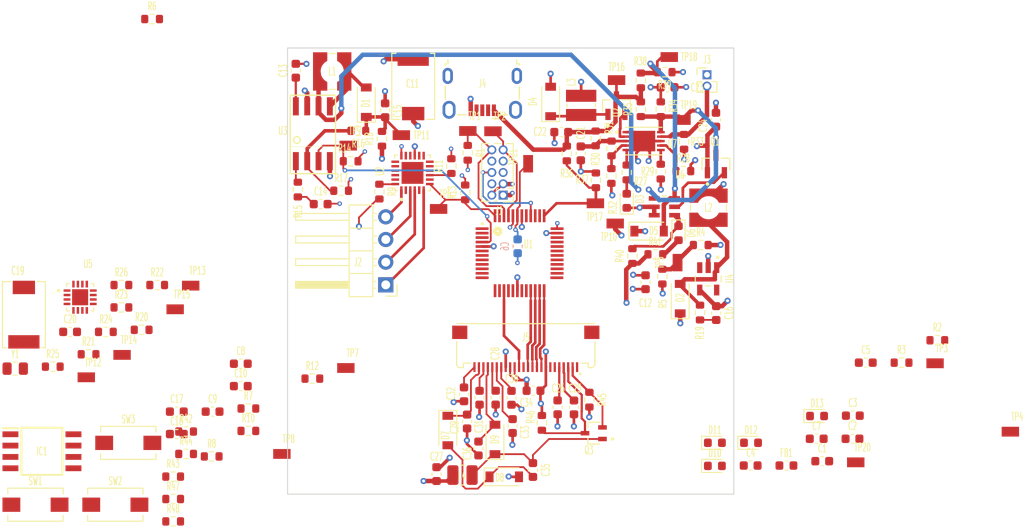
<source format=kicad_pcb>
(kicad_pcb (version 20171130) (host pcbnew "(5.1.9)-1")
  (layers (0 F.Cu signal) (1 In1.Cu power hide) (2 In2.Cu power) (31 B.Cu mixed) (34 B.Paste user) (35 F.Paste user) (36 B.SilkS user) (37 F.SilkS user) (38 B.Mask user) (39 F.Mask user) (44 Edge.Cuts user))
  (net 0 "")
  (net 1 GND)
  (net 2 /VDDANA)
  (net 3 +3V3)
  (net 4 /VDDCORE)
  (net 5 /nRST)
  (net 6 "Net-(C8-Pad1)")
  (net 7 +5V)
  (net 8 +3V0)
  (net 9 "Net-(C13-Pad1)")
  (net 10 "Net-(C14-Pad1)")
  (net 11 "Net-(C15-Pad1)")
  (net 12 "Net-(C16-Pad2)")
  (net 13 "Net-(C20-Pad1)")
  (net 14 "/Battery and Charge Management/VDD")
  (net 15 VAA)
  (net 16 "Net-(C25-Pad1)")
  (net 17 "Net-(C26-Pad1)")
  (net 18 "Net-(C28-Pad1)")
  (net 19 /Eink/PREVGL)
  (net 20 "Net-(C30-Pad1)")
  (net 21 "Net-(C31-Pad1)")
  (net 22 /Eink/VCOM)
  (net 23 "Net-(C33-Pad1)")
  (net 24 "Net-(C35-Pad1)")
  (net 25 "Net-(C35-Pad2)")
  (net 26 /Eink/PREVGH)
  (net 27 "Net-(D1-Pad2)")
  (net 28 "Net-(D2-Pad2)")
  (net 29 "Net-(D3-Pad2)")
  (net 30 "Net-(D4-Pad1)")
  (net 31 "Net-(D6-Pad1)")
  (net 32 "Net-(D6-Pad2)")
  (net 33 /LED1)
  (net 34 /LED2)
  (net 35 /LED3)
  (net 36 /LED4)
  (net 37 "Net-(J1-Pad4)")
  (net 38 "Net-(J1-Pad5)")
  (net 39 "Net-(J1-Pad7)")
  (net 40 "Net-(J1-Pad8)")
  (net 41 "Net-(J2-Pad1)")
  (net 42 "Net-(J2-Pad2)")
  (net 43 "Net-(J2-Pad3)")
  (net 44 "Net-(J2-Pad4)")
  (net 45 "/Battery and Charge Management/VN1")
  (net 46 "Net-(J4-Pad2)")
  (net 47 "Net-(J4-Pad3)")
  (net 48 "Net-(J4-Pad4)")
  (net 49 "Net-(J4-Pad6)")
  (net 50 /MOSI)
  (net 51 /SCLK)
  (net 52 /EINK_SS)
  (net 53 /DC)
  (net 54 /RES)
  (net 55 /BUSY)
  (net 56 "Net-(J5-Pad7)")
  (net 57 "Net-(J5-Pad6)")
  (net 58 /Eink/RESE)
  (net 59 /Eink/GDR)
  (net 60 "Net-(J5-Pad1)")
  (net 61 /SWDIO)
  (net 62 "Net-(R2-Pad2)")
  (net 63 /ADC_BATT_TEST)
  (net 64 +BATT)
  (net 65 "/Motor Driver and Boost/ADEC")
  (net 66 "/Motor Driver and Boost/AISEN")
  (net 67 "/Motor Driver and Boost/BISEN")
  (net 68 "Net-(R9-Pad1)")
  (net 69 "Net-(R10-Pad1)")
  (net 70 "Net-(R11-Pad1)")
  (net 71 "Net-(R12-Pad1)")
  (net 72 /nFAULT)
  (net 73 /BOOST_EN)
  (net 74 "Net-(R15-Pad1)")
  (net 75 "/Motor Driver and Boost/FB")
  (net 76 "Net-(R20-Pad1)")
  (net 77 "Net-(R21-Pad1)")
  (net 78 "Net-(R22-Pad1)")
  (net 79 "Net-(R23-Pad1)")
  (net 80 "Net-(C19-Pad1)")
  (net 81 "Net-(R24-Pad2)")
  (net 82 "Net-(R25-Pad2)")
  (net 83 "Net-(R27-Pad2)")
  (net 84 "Net-(R28-Pad1)")
  (net 85 "Net-(R29-Pad2)")
  (net 86 "Net-(R31-Pad1)")
  (net 87 "/Battery and Charge Management/VP1")
  (net 88 /USB_DETECT)
  (net 89 /BUTTON_1)
  (net 90 /BUTTON_2)
  (net 91 /BUTTON_3)
  (net 92 "Net-(IC1-Pad3)")
  (net 93 "Net-(IC1-Pad7)")
  (net 94 /SWDCLK)
  (net 95 /STEP)
  (net 96 /DIR)
  (net 97 /SS_RTC)
  (net 98 /MISO)
  (net 99 "Net-(U1-Pad41)")
  (net 100 "Net-(U1-Pad39)")
  (net 101 "Net-(U1-Pad38)")
  (net 102 "Net-(U1-Pad34)")
  (net 103 "Net-(U1-Pad33)")
  (net 104 "Net-(U1-Pad31)")
  (net 105 "Net-(U1-Pad30)")
  (net 106 "Net-(U1-Pad28)")
  (net 107 "Net-(U1-Pad27)")
  (net 108 "Net-(U1-Pad25)")
  (net 109 "Net-(U1-Pad9)")
  (net 110 "Net-(U1-Pad3)")
  (net 111 /FLASH_SS)
  (net 112 "Net-(U5-Pad4)")
  (net 113 "Net-(U5-Pad16)")
  (net 114 "Net-(U5-Pad15)")
  (net 115 "Net-(U5-Pad8)")
  (net 116 "Net-(Q1-Pad2)")
  (net 117 "Net-(Q2-Pad2)")
  (net 118 "Net-(U1-Pad47)")
  (net 119 "Net-(U1-Pad8)")
  (net 120 "Net-(U1-Pad7)")
  (net 121 VPP)
  (module Connector_PinHeader_1.27mm:PinHeader_2x05_P1.27mm_Vertical (layer F.Cu) (at 144.158677 36.491973 180)
    (fp_text reference J1 (at 0.446189 -1.748506) (layer F.SilkS) (effects (font (size 0.9 0.5) (thickness 0.1))))
    (fp_text value Conn_02x05)
    (pad 1 thru_hole rect (at 0 0 180) (size 1 1) (drill 0.65) (layers *.Cu *.Mask) (net 3 +3V3))
    (pad 2 thru_hole oval (at 1.27 0 180) (size 1 1) (drill 0.65) (layers *.Cu *.Mask) (net 1 GND))
    (pad 3 thru_hole oval (at 0 1.27 180) (size 1 1) (drill 0.65) (layers *.Cu *.Mask) (net 1 GND))
    (pad 4 thru_hole oval (at 1.27 1.27 180) (size 1 1) (drill 0.65) (layers *.Cu *.Mask) (net 37 "Net-(J1-Pad4)"))
    (pad 5 thru_hole oval (at 0 2.54 180) (size 1 1) (drill 0.65) (layers *.Cu *.Mask) (net 38 "Net-(J1-Pad5)"))
    (pad 6 thru_hole oval (at 1.27 2.54 180) (size 1 1) (drill 0.65) (layers *.Cu *.Mask) (net 5 /nRST))
    (pad 7 thru_hole oval (at 0 3.81 180) (size 1 1) (drill 0.65) (layers *.Cu *.Mask) (net 39 "Net-(J1-Pad7)"))
    (pad 8 thru_hole oval (at 1.27 3.81 180) (size 1 1) (drill 0.65) (layers *.Cu *.Mask) (net 40 "Net-(J1-Pad8)"))
    (pad 9 thru_hole oval (at 0 5.08 180) (size 1 1) (drill 0.65) (layers *.Cu *.Mask) (net 94 /SWDCLK))
    (pad 10 thru_hole oval (at 1.27 5.08 180) (size 1 1) (drill 0.65) (layers *.Cu *.Mask) (net 61 /SWDIO))
  )
  (module Inductor_SMD:L_Wuerth_WE-TPC-3816 (layer F.Cu) (at 167.166373 37.900737)
    (fp_text reference L2 (at 0 0) (layer F.SilkS) (effects (font (size 0.9 0.5) (thickness 0.1))))
    (fp_text value 4.7uH)
    (pad 2 smd custom (at 0 1.75) (size 0.7 0.7) (layers F.Cu F.Paste F.Mask) (net 28 "Net-(D2-Pad2)") (options (clearance outline) (anchor circle)) (primitives (gr_poly (pts (xy 2.15 0.4) (xy -2.15 0.4) (xy -2.15 -1.2) (xy -1.177922 -1.2) (xy -1.064578 -1.003895) (xy -0.918917 -0.830439) (xy -0.745359 -0.684899) (xy -0.549174 -0.571693) (xy -0.336318 -0.494257) (xy -0.113252 -0.454942) (xy 0.113252 -0.454942) (xy 0.336318 -0.494257) (xy 0.549174 -0.571693) (xy 0.745359 -0.684899) (xy 0.918917 -0.830439) (xy 1.064578 -1.003895) (xy 1.177922 -1.2) (xy 2.15 -1.2)) (width 0))))
    (pad 1 smd custom (at 0 -1.75) (size 0.7 0.7) (layers F.Cu F.Paste F.Mask) (net 8 +3V0) (options (clearance outline) (anchor circle)) (primitives (gr_poly (pts (xy 1.064578 1.003895) (xy 0.918917 0.830439) (xy 0.745359 0.684899) (xy 0.549174 0.571693) (xy 0.336318 0.494257) (xy 0.113252 0.454942) (xy -0.113252 0.454942) (xy -0.336318 0.494257) (xy -0.549174 0.571693) (xy -0.745359 0.684899) (xy -0.918917 0.830439) (xy -1.064578 1.003895) (xy -1.177922 1.2) (xy -2.15 1.2) (xy -2.15 -0.4) (xy 2.15 -0.4) (xy 2.15 1.2) (xy 1.177922 1.2)) (width 0))))
  )
  (module "Footprint Library:SOT95P230X110-3N" (layer F.Cu) (at 168 33 90)
    (fp_text reference Q1 (at 2.526338 -0.111081 180) (layer F.SilkS) (effects (font (size 0.9 0.5) (thickness 0.1))))
    (fp_text value "Q_PMOS_DGS G1S2G2D2S1D1")
    (pad 1 smd rect (at -0.98 -0.95 90) (size 1.26 0.59) (layers F.Cu F.Paste F.Mask) (net 8 +3V0))
    (pad 2 smd rect (at -0.98 0.95 90) (size 1.26 0.59) (layers F.Cu F.Paste F.Mask) (net 116 "Net-(Q1-Pad2)"))
    (pad 3 smd rect (at 0.98 0 90) (size 1.26 0.59) (layers F.Cu F.Paste F.Mask) (net 87 "/Battery and Charge Management/VP1"))
  )
  (module Capacitor_SMD:C_0603_1608Metric (layer F.Cu) (at 179.915001 66.305001)
    (fp_text reference C1 (at 0 -1.43) (layer F.SilkS) (effects (font (size 0.9 0.5) (thickness 0.1))))
    (fp_text value 10uF)
    (pad 1 smd roundrect (at -0.775 0) (size 0.9 0.95) (layers F.Cu F.Paste F.Mask) (net 2 /VDDANA))
    (pad 2 smd roundrect (at 0.775 0) (size 0.9 0.95) (layers F.Cu F.Paste F.Mask) (net 1 GND))
  )
  (module Capacitor_SMD:C_0603_1608Metric (layer F.Cu) (at 183.305001 63.795001)
    (fp_text reference C2 (at 0 -1.43) (layer F.SilkS) (effects (font (size 0.9 0.5) (thickness 0.1))))
    (fp_text value 100nF)
    (pad 2 smd roundrect (at 0.775 0) (size 0.9 0.95) (layers F.Cu F.Paste F.Mask) (net 1 GND))
    (pad 1 smd roundrect (at -0.775 0) (size 0.9 0.95) (layers F.Cu F.Paste F.Mask) (net 2 /VDDANA))
  )
  (module Capacitor_SMD:C_0603_1608Metric (layer F.Cu) (at 183.345001 61.205001)
    (fp_text reference C3 (at 0 -1.43) (layer F.SilkS) (effects (font (size 0.9 0.5) (thickness 0.1))))
    (fp_text value 10uF)
    (pad 1 smd roundrect (at -0.775 0) (size 0.9 0.95) (layers F.Cu F.Paste F.Mask) (net 3 +3V3))
    (pad 2 smd roundrect (at 0.775 0) (size 0.9 0.95) (layers F.Cu F.Paste F.Mask) (net 1 GND))
  )
  (module Capacitor_SMD:C_0603_1608Metric (layer F.Cu) (at 171.895001 66.795001)
    (fp_text reference C4 (at 0 -1.43) (layer F.SilkS) (effects (font (size 0.9 0.5) (thickness 0.1))))
    (fp_text value 100nF)
    (pad 2 smd roundrect (at 0.775 0) (size 0.9 0.95) (layers F.Cu F.Paste F.Mask) (net 1 GND))
    (pad 1 smd roundrect (at -0.775 0) (size 0.9 0.95) (layers F.Cu F.Paste F.Mask) (net 3 +3V3))
  )
  (module Capacitor_SMD:C_0603_1608Metric (layer F.Cu) (at 184.795001 55.265001)
    (fp_text reference C5 (at 0 -1.43) (layer F.SilkS) (effects (font (size 0.9 0.5) (thickness 0.1))))
    (fp_text value 100nF)
    (pad 2 smd roundrect (at 0.775 0) (size 0.9 0.95) (layers F.Cu F.Paste F.Mask) (net 1 GND))
    (pad 1 smd roundrect (at -0.775 0) (size 0.9 0.95) (layers F.Cu F.Paste F.Mask) (net 3 +3V3))
  )
  (module Capacitor_SMD:C_0603_1608Metric (layer B.Cu) (at 145.782677 42.222757 270)
    (fp_text reference C6 (at 0 1.43 270) (layer B.SilkS) (effects (font (size 0.9 0.5) (thickness 0.1)) (justify mirror)))
    (fp_text value 1uF)
    (pad 1 smd roundrect (at -0.775 0 270) (size 0.9 0.95) (layers B.Cu B.Paste B.Mask) (net 4 /VDDCORE))
    (pad 2 smd roundrect (at 0.775 0 270) (size 0.9 0.95) (layers B.Cu B.Paste B.Mask) (net 1 GND))
  )
  (module Capacitor_SMD:C_0603_1608Metric (layer F.Cu) (at 179.295001 63.795001)
    (fp_text reference C7 (at 0 -1.43) (layer F.SilkS) (effects (font (size 0.9 0.5) (thickness 0.1))))
    (fp_text value 100pF)
    (pad 1 smd roundrect (at -0.775 0) (size 0.9 0.95) (layers F.Cu F.Paste F.Mask) (net 3 +3V3))
    (pad 2 smd roundrect (at 0.775 0) (size 0.9 0.95) (layers F.Cu F.Paste F.Mask) (net 5 /nRST))
  )
  (module Capacitor_SMD:C_0603_1608Metric (layer F.Cu) (at 114.755001 55.385001)
    (fp_text reference C8 (at 0 -1.43) (layer F.SilkS) (effects (font (size 0.9 0.5) (thickness 0.1))))
    (fp_text value 10uF)
    (pad 2 smd roundrect (at 0.775 0) (size 0.9 0.95) (layers F.Cu F.Paste F.Mask) (net 1 GND))
    (pad 1 smd roundrect (at -0.775 0) (size 0.9 0.95) (layers F.Cu F.Paste F.Mask) (net 6 "Net-(C8-Pad1)"))
  )
  (module Capacitor_SMD:C_0603_1608Metric (layer F.Cu) (at 111.595001 60.755001)
    (fp_text reference C9 (at 0 -1.43) (layer F.SilkS) (effects (font (size 0.9 0.5) (thickness 0.1))))
    (fp_text value 10uF)
    (pad 2 smd roundrect (at 0.775 0) (size 0.9 0.95) (layers F.Cu F.Paste F.Mask) (net 7 +5V))
    (pad 1 smd roundrect (at -0.775 0) (size 0.9 0.95) (layers F.Cu F.Paste F.Mask) (net 1 GND))
  )
  (module Capacitor_SMD:C_0603_1608Metric (layer F.Cu) (at 114.755001 57.895001)
    (fp_text reference C10 (at 0 -1.43) (layer F.SilkS) (effects (font (size 0.9 0.5) (thickness 0.1))))
    (fp_text value 100nF)
    (pad 1 smd roundrect (at -0.775 0) (size 0.9 0.95) (layers F.Cu F.Paste F.Mask) (net 1 GND))
    (pad 2 smd roundrect (at 0.775 0) (size 0.9 0.95) (layers F.Cu F.Paste F.Mask) (net 7 +5V))
  )
  (module "Footprint Library:CAP_DSK-3R3H703T414-HLL" (layer F.Cu) (at 134.075855 24.302788 180)
    (fp_text reference C11 (at 0.075855 0.302788) (layer F.SilkS) (effects (font (size 0.9 0.5) (thickness 0.1))))
    (fp_text value 70mF)
    (fp_text user - (at 3.53961 3.64611) (layer F.SilkS) (effects (font (size 1.005236 1.005236) (thickness 0.015))))
    (fp_text user + (at 3.27369 -2.46053) (layer F.SilkS) (effects (font (size 1.004575 1.004575) (thickness 0.015))))
    (pad 1 smd rect (at 0 -3.05 180) (size 2.5 1.5) (layers F.Cu F.Paste F.Mask) (net 7 +5V))
    (pad 2 smd rect (at 0 3.05 180) (size 3.5 1.5) (layers F.Cu F.Paste F.Mask) (net 1 GND))
  )
  (module Capacitor_SMD:C_0603_1608Metric (layer F.Cu) (at 160.115709 46.249417 270)
    (fp_text reference C12 (at 2.333872 0.003315 180) (layer F.SilkS) (effects (font (size 0.9 0.5) (thickness 0.1))))
    (fp_text value 10uF)
    (pad 2 smd roundrect (at 0.775 0 270) (size 0.9 0.95) (layers F.Cu F.Paste F.Mask) (net 1 GND))
    (pad 1 smd roundrect (at -0.775 0 270) (size 0.9 0.95) (layers F.Cu F.Paste F.Mask) (net 8 +3V0))
  )
  (module Capacitor_SMD:C_0603_1608Metric (layer F.Cu) (at 120.918064 22.550507 90)
    (fp_text reference C13 (at 0 -1.43 90) (layer F.SilkS) (effects (font (size 0.9 0.5) (thickness 0.1))))
    (fp_text value 33nF)
    (pad 2 smd roundrect (at 0.775 0 90) (size 0.9 0.95) (layers F.Cu F.Paste F.Mask) (net 1 GND))
    (pad 1 smd roundrect (at -0.775 0 90) (size 0.9 0.95) (layers F.Cu F.Paste F.Mask) (net 9 "Net-(C13-Pad1)"))
  )
  (module Capacitor_SMD:C_0603_1608Metric (layer F.Cu) (at 123.705691 37.496134)
    (fp_text reference C14 (at 0 -1.43) (layer F.SilkS) (effects (font (size 0.9 0.5) (thickness 0.1))))
    (fp_text value 3.3nF)
    (pad 1 smd roundrect (at -0.775 0) (size 0.9 0.95) (layers F.Cu F.Paste F.Mask) (net 10 "Net-(C14-Pad1)"))
    (pad 2 smd roundrect (at 0.775 0) (size 0.9 0.95) (layers F.Cu F.Paste F.Mask) (net 1 GND))
  )
  (module Capacitor_SMD:C_0603_1608Metric (layer F.Cu) (at 130.93273 26.980585 90)
    (fp_text reference C15 (at -0.098622 1.414344 90) (layer F.SilkS) (effects (font (size 0.9 0.5) (thickness 0.1))))
    (fp_text value 10uF)
    (pad 1 smd roundrect (at -0.775 0 90) (size 0.9 0.95) (layers F.Cu F.Paste F.Mask) (net 11 "Net-(C15-Pad1)"))
    (pad 2 smd roundrect (at 0.775 0 90) (size 0.9 0.95) (layers F.Cu F.Paste F.Mask) (net 1 GND))
  )
  (module Capacitor_SMD:C_0603_1608Metric (layer F.Cu) (at 168.036098 49.707485 270)
    (fp_text reference C16 (at 0 -1.43 90) (layer F.SilkS) (effects (font (size 0.9 0.5) (thickness 0.1))))
    (fp_text value 120pF)
    (pad 2 smd roundrect (at 0.775 0 270) (size 0.9 0.95) (layers F.Cu F.Paste F.Mask) (net 12 "Net-(C16-Pad2)"))
    (pad 1 smd roundrect (at -0.775 0 270) (size 0.9 0.95) (layers F.Cu F.Paste F.Mask) (net 3 +3V3))
  )
  (module Capacitor_SMD:C_0603_1608Metric (layer F.Cu) (at 107.585001 60.755001)
    (fp_text reference C17 (at 0 -1.43) (layer F.SilkS) (effects (font (size 0.9 0.5) (thickness 0.1))))
    (fp_text value 22uF)
    (pad 1 smd roundrect (at -0.775 0) (size 0.9 0.95) (layers F.Cu F.Paste F.Mask) (net 3 +3V3))
    (pad 2 smd roundrect (at 0.775 0) (size 0.9 0.95) (layers F.Cu F.Paste F.Mask) (net 1 GND))
  )
  (module Capacitor_SMD:C_0603_1608Metric (layer F.Cu) (at 107.585001 63.265001)
    (fp_text reference C18 (at 0 -1.43) (layer F.SilkS) (effects (font (size 0.9 0.5) (thickness 0.1))))
    (fp_text value 47nF)
    (pad 2 smd roundrect (at 0.775 0) (size 0.9 0.95) (layers F.Cu F.Paste F.Mask) (net 1 GND))
    (pad 1 smd roundrect (at -0.775 0) (size 0.9 0.95) (layers F.Cu F.Paste F.Mask) (net 3 +3V3))
  )
  (module "Footprint Library:CAP_DSK-3R3H703T414-HLL" (layer F.Cu) (at 90.445001 49.885001)
    (fp_text reference C19 (at -0.677045 -4.927527) (layer F.SilkS) (effects (font (size 0.9 0.5) (thickness 0.1))))
    (fp_text value 70mF)
    (fp_text user + (at 3.27369 -2.46053) (layer F.SilkS) (effects (font (size 1.004575 1.004575) (thickness 0.015))))
    (fp_text user - (at 3.53961 3.64611) (layer F.SilkS) (effects (font (size 1.005236 1.005236) (thickness 0.015))))
    (pad 2 smd rect (at 0 3.05) (size 3.5 1.5) (layers F.Cu F.Paste F.Mask) (net 1 GND))
    (pad 1 smd rect (at 0 -3.05) (size 2.5 1.5) (layers F.Cu F.Paste F.Mask) (net 80 "Net-(C19-Pad1)"))
  )
  (module Capacitor_SMD:C_0603_1608Metric (layer F.Cu) (at 95.625001 51.815001)
    (fp_text reference C20 (at 0 -1.43) (layer F.SilkS) (effects (font (size 0.9 0.5) (thickness 0.1))))
    (fp_text value 47pF)
    (pad 1 smd roundrect (at -0.775 0) (size 0.9 0.95) (layers F.Cu F.Paste F.Mask) (net 13 "Net-(C20-Pad1)"))
    (pad 2 smd roundrect (at 0.775 0) (size 0.9 0.95) (layers F.Cu F.Paste F.Mask) (net 1 GND))
  )
  (module Capacitor_SMD:C_0603_1608Metric (layer F.Cu) (at 152.85725 31.808005 270)
    (fp_text reference C21 (at -2.294276 -0.016388 90) (layer F.SilkS) (effects (font (size 0.9 0.5) (thickness 0.1))))
    (fp_text value 1uF)
    (pad 1 smd roundrect (at -0.775 0 270) (size 0.9 0.95) (layers F.Cu F.Paste F.Mask) (net 14 "/Battery and Charge Management/VDD"))
    (pad 2 smd roundrect (at 0.775 0 270) (size 0.9 0.95) (layers F.Cu F.Paste F.Mask) (net 1 GND))
  )
  (module Capacitor_SMD:C_0603_1608Metric (layer F.Cu) (at 150.666047 29.427891 180)
    (fp_text reference C22 (at 2.375032 0.04845 180) (layer F.SilkS) (effects (font (size 0.9 0.5) (thickness 0.1))))
    (fp_text value 10uF)
    (pad 1 smd roundrect (at -0.775 0 180) (size 0.9 0.95) (layers F.Cu F.Paste F.Mask) (net 15 VAA))
    (pad 2 smd roundrect (at 0.775 0 180) (size 0.9 0.95) (layers F.Cu F.Paste F.Mask) (net 1 GND))
  )
  (module Capacitor_SMD:C_0603_1608Metric (layer F.Cu) (at 162.58386 24.403843)
    (fp_text reference C23 (at 3.314686 0.029658) (layer F.SilkS) (effects (font (size 0.9 0.5) (thickness 0.1))))
    (fp_text value 10uF)
    (pad 2 smd roundrect (at 0.775 0) (size 0.9 0.95) (layers F.Cu F.Paste F.Mask) (net 1 GND))
    (pad 1 smd roundrect (at -0.775 0) (size 0.9 0.95) (layers F.Cu F.Paste F.Mask) (net 64 +BATT))
  )
  (module Capacitor_SMD:C_0603_1608Metric (layer F.Cu) (at 168.006441 28.043136 90)
    (fp_text reference C24 (at -0.659955 -1.437234 90) (layer F.SilkS) (effects (font (size 0.9 0.5) (thickness 0.1))))
    (fp_text value 10uF)
    (pad 2 smd roundrect (at 0.775 0 90) (size 0.9 0.95) (layers F.Cu F.Paste F.Mask) (net 1 GND))
    (pad 1 smd roundrect (at -0.775 0 90) (size 0.9 0.95) (layers F.Cu F.Paste F.Mask) (net 8 +3V0))
  )
  (module Capacitor_SMD:C_0603_1608Metric (layer F.Cu) (at 152.094863 60.27761 270)
    (fp_text reference C25 (at -2.121419 -0.119108 180) (layer F.SilkS) (effects (font (size 0.9 0.5) (thickness 0.1))))
    (fp_text value 1uF/50V)
    (pad 1 smd roundrect (at -0.775 0 270) (size 0.9 0.95) (layers F.Cu F.Paste F.Mask) (net 16 "Net-(C25-Pad1)"))
    (pad 2 smd roundrect (at 0.775 0 270) (size 0.9 0.95) (layers F.Cu F.Paste F.Mask) (net 1 GND))
  )
  (module Capacitor_SMD:C_0603_1608Metric (layer F.Cu) (at 150.263082 60.270405 270)
    (fp_text reference C26 (at -2.130938 -0.062017 180) (layer F.SilkS) (effects (font (size 0.9 0.5) (thickness 0.1))))
    (fp_text value 1uF/50V)
    (pad 1 smd roundrect (at -0.775 0 270) (size 0.9 0.95) (layers F.Cu F.Paste F.Mask) (net 17 "Net-(C26-Pad1)"))
    (pad 2 smd roundrect (at 0.775 0 270) (size 0.9 0.95) (layers F.Cu F.Paste F.Mask) (net 1 GND))
  )
  (module Capacitor_SMD:C_0603_1608Metric (layer F.Cu) (at 136.692571 67.753334 90)
    (fp_text reference C27 (at 1.964798 -0.009238 180) (layer F.SilkS) (effects (font (size 0.9 0.5) (thickness 0.1))))
    (fp_text value 1uF/50V)
    (pad 2 smd roundrect (at 0.775 0 90) (size 0.9 0.95) (layers F.Cu F.Paste F.Mask) (net 1 GND))
    (pad 1 smd roundrect (at -0.775 0 90) (size 0.9 0.95) (layers F.Cu F.Paste F.Mask) (net 3 +3V3))
  )
  (module Capacitor_SMD:C_0603_1608Metric (layer F.Cu) (at 143.316141 59.18934 270)
    (fp_text reference C28 (at -4.943328 0.046098 90) (layer F.SilkS) (effects (font (size 0.9 0.5) (thickness 0.1))))
    (fp_text value 1uF/50V)
    (pad 1 smd roundrect (at -0.775 0 270) (size 0.9 0.95) (layers F.Cu F.Paste F.Mask) (net 18 "Net-(C28-Pad1)"))
    (pad 2 smd roundrect (at 0.775 0 270) (size 0.9 0.95) (layers F.Cu F.Paste F.Mask) (net 1 GND))
  )
  (module Capacitor_SMD:C_0603_1608Metric (layer F.Cu) (at 140.116548 61.858375 270)
    (fp_text reference C29 (at 0.668707 1.404478 90) (layer F.SilkS) (effects (font (size 0.9 0.5) (thickness 0.1))))
    (fp_text value 1uF/50V)
    (pad 2 smd roundrect (at 0.775 0 270) (size 0.9 0.95) (layers F.Cu F.Paste F.Mask) (net 1 GND))
    (pad 1 smd roundrect (at -0.775 0 270) (size 0.9 0.95) (layers F.Cu F.Paste F.Mask) (net 19 /Eink/PREVGL))
  )
  (module Capacitor_SMD:C_0603_1608Metric (layer F.Cu) (at 145.09264 59.207285 270)
    (fp_text reference C30 (at -2.130201 -0.014236 180) (layer F.SilkS) (effects (font (size 0.9 0.5) (thickness 0.1))))
    (fp_text value 1uF/50V)
    (pad 1 smd roundrect (at -0.775 0 270) (size 0.9 0.95) (layers F.Cu F.Paste F.Mask) (net 20 "Net-(C30-Pad1)"))
    (pad 2 smd roundrect (at 0.775 0 270) (size 0.9 0.95) (layers F.Cu F.Paste F.Mask) (net 1 GND))
  )
  (module Capacitor_SMD:C_0603_1608Metric (layer F.Cu) (at 141.513587 59.195044 270)
    (fp_text reference C31 (at 3.222283 0.071246 90) (layer F.SilkS) (effects (font (size 0.9 0.5) (thickness 0.1))))
    (fp_text value 1uF/50V)
    (pad 2 smd roundrect (at 0.775 0 270) (size 0.9 0.95) (layers F.Cu F.Paste F.Mask) (net 1 GND))
    (pad 1 smd roundrect (at -0.775 0 270) (size 0.9 0.95) (layers F.Cu F.Paste F.Mask) (net 21 "Net-(C31-Pad1)"))
  )
  (module Capacitor_SMD:C_0603_1608Metric (layer F.Cu) (at 139.771875 58.816186 270)
    (fp_text reference C32 (at -0.082558 1.451641 90) (layer F.SilkS) (effects (font (size 0.9 0.5) (thickness 0.1))))
    (fp_text value 1uF/50V)
    (pad 2 smd roundrect (at 0.775 0 270) (size 0.9 0.95) (layers F.Cu F.Paste F.Mask) (net 1 GND))
    (pad 1 smd roundrect (at -0.775 0 270) (size 0.9 0.95) (layers F.Cu F.Paste F.Mask) (net 22 /Eink/VCOM))
  )
  (module Capacitor_SMD:C_0603_1608Metric (layer F.Cu) (at 145.216899 62.366102 270)
    (fp_text reference C33 (at 0.687976 -1.36782 90) (layer F.SilkS) (effects (font (size 0.9 0.5) (thickness 0.1))))
    (fp_text value 1uF/50V)
    (pad 2 smd roundrect (at 0.775 0 270) (size 0.9 0.95) (layers F.Cu F.Paste F.Mask) (net 1 GND))
    (pad 1 smd roundrect (at -0.775 0 270) (size 0.9 0.95) (layers F.Cu F.Paste F.Mask) (net 23 "Net-(C33-Pad1)"))
  )
  (module Capacitor_SMD:C_0603_1608Metric (layer F.Cu) (at 147.560925 58.407427 180)
    (fp_text reference C34 (at 0.788828 -1.35947) (layer F.SilkS) (effects (font (size 0.9 0.5) (thickness 0.1))))
    (fp_text value 4.7uF/50V)
    (pad 2 smd roundrect (at 0.775 0 180) (size 0.9 0.95) (layers F.Cu F.Paste F.Mask) (net 3 +3V3))
    (pad 1 smd roundrect (at -0.775 0 180) (size 0.9 0.95) (layers F.Cu F.Paste F.Mask) (net 1 GND))
  )
  (module Capacitor_SMD:C_0603_1608Metric (layer F.Cu) (at 147.493699 67.293285 270)
    (fp_text reference C35 (at 0 -1.43 90) (layer F.SilkS) (effects (font (size 0.9 0.5) (thickness 0.1))))
    (fp_text value 4.7uF/50V)
    (pad 2 smd roundrect (at 0.775 0 270) (size 0.9 0.95) (layers F.Cu F.Paste F.Mask) (net 25 "Net-(C35-Pad2)"))
    (pad 1 smd roundrect (at -0.775 0 270) (size 0.9 0.95) (layers F.Cu F.Paste F.Mask) (net 24 "Net-(C35-Pad1)"))
  )
  (module Capacitor_SMD:C_0603_1608Metric (layer F.Cu) (at 141.391515 64.884475 90)
    (fp_text reference C36 (at -0.560977 -1.245576 90) (layer F.SilkS) (effects (font (size 0.9 0.5) (thickness 0.1))))
    (fp_text value 1uF/50V)
    (pad 1 smd roundrect (at -0.775 0 90) (size 0.9 0.95) (layers F.Cu F.Paste F.Mask) (net 1 GND))
    (pad 2 smd roundrect (at 0.775 0 90) (size 0.9 0.95) (layers F.Cu F.Paste F.Mask) (net 26 /Eink/PREVGH))
  )
  (module Diode_SMD:D_SOD-123 (layer F.Cu) (at 128.818591 26.074526 90)
    (fp_text reference D1 (at -0.100799 -0.064022 90) (layer F.SilkS) (effects (font (size 0.9 0.5) (thickness 0.1))))
    (fp_text value D_Schottky)
    (pad 2 smd rect (at 1.65 0 90) (size 0.9 1.2) (layers F.Cu F.Paste F.Mask) (net 27 "Net-(D1-Pad2)"))
    (pad 1 smd rect (at -1.65 0 90) (size 0.9 1.2) (layers F.Cu F.Paste F.Mask) (net 11 "Net-(C15-Pad1)"))
  )
  (module Diode_SMD:D_SOD-123 (layer F.Cu) (at 164 48.08968 90)
    (fp_text reference D2 (at 0.08968 0 90) (layer F.SilkS) (effects (font (size 0.9 0.5) (thickness 0.1))))
    (fp_text value D_Schottky)
    (pad 2 smd rect (at 1.65 0 90) (size 0.9 1.2) (layers F.Cu F.Paste F.Mask) (net 28 "Net-(D2-Pad2)"))
    (pad 1 smd rect (at -1.65 0 90) (size 0.9 1.2) (layers F.Cu F.Paste F.Mask) (net 3 +3V3))
  )
  (module Diode_SMD:D_0603_1608Metric (layer F.Cu) (at 158.006526 37.127643 90)
    (fp_text reference D3 (at 0.199583 1.48427 90) (layer F.SilkS) (effects (font (size 0.9 0.5) (thickness 0.1))))
    (fp_text value LED)
    (pad 2 smd roundrect (at 0.7875 0 90) (size 0.875 0.95) (layers F.Cu F.Paste F.Mask) (net 29 "Net-(D3-Pad2)"))
    (pad 1 smd roundrect (at -0.7875 0 90) (size 0.875 0.95) (layers F.Cu F.Paste F.Mask) (net 1 GND))
  )
  (module Diode_SMD:D_SOD-123 (layer F.Cu) (at 149.479064 25.99514 90)
    (fp_text reference D4 (at 0 -2 90) (layer F.SilkS) (effects (font (size 0.9 0.5) (thickness 0.1))))
    (fp_text value D_Schottky)
    (pad 1 smd rect (at -1.65 0 90) (size 0.9 1.2) (layers F.Cu F.Paste F.Mask) (net 30 "Net-(D4-Pad1)"))
    (pad 2 smd rect (at 1.65 0 90) (size 0.9 1.2) (layers F.Cu F.Paste F.Mask) (net 1 GND))
  )
  (module Diode_SMD:D_SOD-123 (layer F.Cu) (at 160.513045 40.526204)
    (fp_text reference D5 (at 0.501898 -0.036862) (layer F.SilkS) (effects (font (size 0.9 0.5) (thickness 0.1))))
    (fp_text value D_Schottky)
    (pad 2 smd rect (at 1.65 0) (size 0.9 1.2) (layers F.Cu F.Paste F.Mask) (net 121 VPP))
    (pad 1 smd rect (at -1.65 0) (size 0.9 1.2) (layers F.Cu F.Paste F.Mask) (net 8 +3V0))
  )
  (module Diode_SMD:D_0603_1608Metric (layer F.Cu) (at 163.807092 40.752946 270)
    (fp_text reference D6 (at 0 -1.43 90) (layer F.SilkS) (effects (font (size 0.9 0.5) (thickness 0.1))))
    (fp_text value LED)
    (pad 1 smd roundrect (at -0.7875 0 270) (size 0.875 0.95) (layers F.Cu F.Paste F.Mask) (net 31 "Net-(D6-Pad1)"))
    (pad 2 smd roundrect (at 0.7875 0 270) (size 0.875 0.95) (layers F.Cu F.Paste F.Mask) (net 32 "Net-(D6-Pad2)"))
  )
  (module Diode_SMD:D_SOD-123 (layer F.Cu) (at 137.955576 62.870601 270)
    (fp_text reference D7 (at 0.546726 0.263005 90) (layer F.SilkS) (effects (font (size 0.9 0.5) (thickness 0.1))))
    (fp_text value MBR0530)
    (pad 1 smd rect (at -1.65 0 270) (size 0.9 1.2) (layers F.Cu F.Paste F.Mask) (net 19 /Eink/PREVGL))
    (pad 2 smd rect (at 1.65 0 270) (size 0.9 1.2) (layers F.Cu F.Paste F.Mask) (net 25 "Net-(C35-Pad2)"))
  )
  (module Diode_SMD:D_SOD-123 (layer F.Cu) (at 144.281503 68.058761)
    (fp_text reference D8 (at -0.510356 0.092379) (layer F.SilkS) (effects (font (size 0.9 0.5) (thickness 0.1))))
    (fp_text value MBRO530)
    (pad 1 smd rect (at -1.65 0) (size 0.9 1.2) (layers F.Cu F.Paste F.Mask) (net 25 "Net-(C35-Pad2)"))
    (pad 2 smd rect (at 1.65 0) (size 0.9 1.2) (layers F.Cu F.Paste F.Mask) (net 1 GND))
  )
  (module Diode_SMD:D_SOD-123 (layer F.Cu) (at 143.23861 63.871428 90)
    (fp_text reference D9 (at 0.00324 0.003244 90) (layer F.SilkS) (effects (font (size 0.9 0.5) (thickness 0.1))))
    (fp_text value MBR0530)
    (pad 2 smd rect (at 1.65 0 90) (size 0.9 1.2) (layers F.Cu F.Paste F.Mask) (net 26 /Eink/PREVGH))
    (pad 1 smd rect (at -1.65 0 90) (size 0.9 1.2) (layers F.Cu F.Paste F.Mask) (net 24 "Net-(C35-Pad1)"))
  )
  (module Diode_SMD:D_0603_1608Metric (layer F.Cu) (at 167.885001 66.835001)
    (fp_text reference D10 (at 0 -1.43) (layer F.SilkS) (effects (font (size 0.9 0.5) (thickness 0.1))))
    (fp_text value LED)
    (pad 2 smd roundrect (at 0.7875 0) (size 0.875 0.95) (layers F.Cu F.Paste F.Mask) (net 33 /LED1))
    (pad 1 smd roundrect (at -0.7875 0) (size 0.875 0.95) (layers F.Cu F.Paste F.Mask) (net 1 GND))
  )
  (module Diode_SMD:D_0603_1608Metric (layer F.Cu) (at 167.885001 64.245001)
    (fp_text reference D11 (at 0 -1.43) (layer F.SilkS) (effects (font (size 0.9 0.5) (thickness 0.1))))
    (fp_text value LED)
    (pad 1 smd roundrect (at -0.7875 0) (size 0.875 0.95) (layers F.Cu F.Paste F.Mask) (net 1 GND))
    (pad 2 smd roundrect (at 0.7875 0) (size 0.875 0.95) (layers F.Cu F.Paste F.Mask) (net 34 /LED2))
  )
  (module Diode_SMD:D_0603_1608Metric (layer F.Cu) (at 171.935001 64.245001)
    (fp_text reference D12 (at 0 -1.43) (layer F.SilkS) (effects (font (size 0.9 0.5) (thickness 0.1))))
    (fp_text value LED)
    (pad 2 smd roundrect (at 0.7875 0) (size 0.875 0.95) (layers F.Cu F.Paste F.Mask) (net 35 /LED3))
    (pad 1 smd roundrect (at -0.7875 0) (size 0.875 0.95) (layers F.Cu F.Paste F.Mask) (net 1 GND))
  )
  (module Diode_SMD:D_0603_1608Metric (layer F.Cu) (at 179.335001 61.245001)
    (fp_text reference D13 (at 0 -1.43) (layer F.SilkS) (effects (font (size 0.9 0.5) (thickness 0.1))))
    (fp_text value LED)
    (pad 1 smd roundrect (at -0.7875 0) (size 0.875 0.95) (layers F.Cu F.Paste F.Mask) (net 1 GND))
    (pad 2 smd roundrect (at 0.7875 0) (size 0.875 0.95) (layers F.Cu F.Paste F.Mask) (net 36 /LED4))
  )
  (module Inductor_SMD:L_0603_1608Metric (layer F.Cu) (at 175.905001 66.795001)
    (fp_text reference FB1 (at 0 -1.43) (layer F.SilkS) (effects (font (size 0.9 0.5) (thickness 0.1))))
    (fp_text value "Ferrite_Bead - 220 Ohm @ 100 MHz")
    (pad 1 smd roundrect (at -0.7875 0) (size 0.875 0.95) (layers F.Cu F.Paste F.Mask) (net 2 /VDDANA))
    (pad 2 smd roundrect (at 0.7875 0) (size 0.875 0.95) (layers F.Cu F.Paste F.Mask) (net 3 +3V3))
  )
  (module "Footprint Library:SOIC127P790X216-8N" (layer F.Cu) (at 92.470001 65.195001)
    (fp_text reference IC1 (at 0 0) (layer F.SilkS) (effects (font (size 0.9 0.5) (thickness 0.1))))
    (fp_text value IS25LP128F-JBLE hide)
    (pad 8 smd rect (at 3.532 -1.905 90) (size 0.65 1.785) (layers F.Cu F.Paste F.Mask) (net 3 +3V3))
    (pad 7 smd rect (at 3.532 -0.635 90) (size 0.65 1.785) (layers F.Cu F.Paste F.Mask) (net 93 "Net-(IC1-Pad7)"))
    (pad 6 smd rect (at 3.532 0.635 90) (size 0.65 1.785) (layers F.Cu F.Paste F.Mask) (net 51 /SCLK))
    (pad 5 smd rect (at 3.532 1.905 90) (size 0.65 1.785) (layers F.Cu F.Paste F.Mask) (net 50 /MOSI))
    (pad 4 smd rect (at -3.532 1.905 90) (size 0.65 1.785) (layers F.Cu F.Paste F.Mask) (net 1 GND))
    (pad 3 smd rect (at -3.532 0.635 90) (size 0.65 1.785) (layers F.Cu F.Paste F.Mask) (net 92 "Net-(IC1-Pad3)"))
    (pad 2 smd rect (at -3.532 -0.635 90) (size 0.65 1.785) (layers F.Cu F.Paste F.Mask) (net 98 /MISO))
    (pad 1 smd rect (at -3.532 -1.905 90) (size 0.65 1.785) (layers F.Cu F.Paste F.Mask) (net 111 /FLASH_SS))
  )
  (module Connector_PinHeader_2.54mm:PinHeader_1x04_P2.54mm_Horizontal (layer F.Cu) (at 131 46.543856 180)
    (fp_text reference J2 (at 3.12407 2.543856) (layer F.SilkS) (effects (font (size 0.9 0.5) (thickness 0.1))))
    (fp_text value Conn_01x04_Male)
    (pad 1 thru_hole rect (at 0 0 180) (size 1.7 1.7) (drill 1) (layers *.Cu *.Mask) (net 41 "Net-(J2-Pad1)"))
    (pad 2 thru_hole oval (at 0 2.54 180) (size 1.7 1.7) (drill 1) (layers *.Cu *.Mask) (net 42 "Net-(J2-Pad2)"))
    (pad 3 thru_hole oval (at 0 5.08 180) (size 1.7 1.7) (drill 1) (layers *.Cu *.Mask) (net 43 "Net-(J2-Pad3)"))
    (pad 4 thru_hole oval (at 0 7.62 180) (size 1.7 1.7) (drill 1) (layers *.Cu *.Mask) (net 44 "Net-(J2-Pad4)"))
  )
  (module Connector_PinHeader_1.27mm:PinHeader_1x02_P1.27mm_Vertical (layer F.Cu) (at 167 23)
    (fp_text reference J3 (at 0 -1.695) (layer F.SilkS) (effects (font (size 0.9 0.5) (thickness 0.1))))
    (fp_text value "Battery Connector")
    (pad 1 thru_hole rect (at 0 0) (size 1 1) (drill 0.65) (layers *.Cu *.Mask) (net 64 +BATT))
    (pad 2 thru_hole oval (at 0 1.27) (size 1 1) (drill 0.65) (layers *.Cu *.Mask) (net 45 "/Battery and Charge Management/VN1"))
  )
  (module Connector_USB:USB_Micro-B_Wuerth_629105150521 (layer F.Cu) (at 141.821892 25.079706 180)
    (fp_text reference J4 (at 0 1.079706) (layer F.SilkS) (effects (font (size 0.9 0.5) (thickness 0.1))))
    (fp_text value USB_B_Micro)
    (pad 1 smd rect (at -1.3 -1.9 180) (size 0.45 1.3) (layers F.Cu F.Paste F.Mask) (net 15 VAA))
    (pad 2 smd rect (at -0.65 -1.9 180) (size 0.45 1.3) (layers F.Cu F.Paste F.Mask) (net 46 "Net-(J4-Pad2)"))
    (pad 3 smd rect (at 0 -1.9 180) (size 0.45 1.3) (layers F.Cu F.Paste F.Mask) (net 47 "Net-(J4-Pad3)"))
    (pad 4 smd rect (at 0.65 -1.9 180) (size 0.45 1.3) (layers F.Cu F.Paste F.Mask) (net 48 "Net-(J4-Pad4)"))
    (pad 5 smd rect (at 1.3 -1.9 180) (size 0.45 1.3) (layers F.Cu F.Paste F.Mask) (net 1 GND))
    (pad 6 thru_hole oval (at -3.725 -1.85 180) (size 1.45 2) (drill oval 0.85 1.4) (layers *.Cu *.Mask) (net 49 "Net-(J4-Pad6)"))
    (pad 6 thru_hole oval (at 3.725 -1.85 180) (size 1.45 2) (drill oval 0.85 1.4) (layers *.Cu *.Mask) (net 49 "Net-(J4-Pad6)"))
    (pad 6 thru_hole oval (at -3.875 1.95 180) (size 1.15 1.8) (drill oval 0.55 1.2) (layers *.Cu *.Mask) (net 49 "Net-(J4-Pad6)"))
    (pad 6 thru_hole oval (at 3.875 1.95 180) (size 1.15 1.8) (drill oval 0.55 1.2) (layers *.Cu *.Mask) (net 49 "Net-(J4-Pad6)"))
    (pad "" np_thru_hole oval (at -2.5 -0.8 180) (size 0.8 0.8) (drill 0.8) (layers *.Cu *.Mask))
    (pad "" np_thru_hole oval (at 2.5 -0.8 180) (size 0.8 0.8) (drill 0.8) (layers *.Cu *.Mask))
  )
  (module "Footprint Library:OMRON_XF2M-2415-1A" (layer F.Cu) (at 146.692571 53.417327 180)
    (fp_text reference J5 (at 0 1) (layer F.SilkS) (effects (font (size 0.9 0.5) (thickness 0.1))))
    (fp_text value XF2M-2415-1A)
    (pad P2 smd rect (at -7.4 1.55 180) (size 1.7 1.5) (layers F.Cu F.Paste F.Mask))
    (pad P1 smd rect (at 7.4 1.55 180) (size 1.7 1.5) (layers F.Cu F.Paste F.Mask))
    (pad 24 smd rect (at 5.75 -2.35 180) (size 0.25 1.1) (layers F.Cu F.Paste F.Mask) (net 22 /Eink/VCOM))
    (pad 23 smd rect (at 5.25 -2.35 180) (size 0.25 1.1) (layers F.Cu F.Paste F.Mask) (net 19 /Eink/PREVGL))
    (pad 22 smd rect (at 4.75 -2.35 180) (size 0.25 1.1) (layers F.Cu F.Paste F.Mask) (net 21 "Net-(C31-Pad1)"))
    (pad 21 smd rect (at 4.25 -2.35 180) (size 0.25 1.1) (layers F.Cu F.Paste F.Mask) (net 26 /Eink/PREVGH))
    (pad 20 smd rect (at 3.75 -2.35 180) (size 0.25 1.1) (layers F.Cu F.Paste F.Mask) (net 18 "Net-(C28-Pad1)"))
    (pad 19 smd rect (at 3.25 -2.35 180) (size 0.25 1.1) (layers F.Cu F.Paste F.Mask) (net 23 "Net-(C33-Pad1)"))
    (pad 18 smd rect (at 2.75 -2.35 180) (size 0.25 1.1) (layers F.Cu F.Paste F.Mask) (net 20 "Net-(C30-Pad1)"))
    (pad 17 smd rect (at 2.25 -2.35 180) (size 0.25 1.1) (layers F.Cu F.Paste F.Mask) (net 1 GND))
    (pad 16 smd rect (at 1.75 -2.35 180) (size 0.25 1.1) (layers F.Cu F.Paste F.Mask) (net 3 +3V3))
    (pad 15 smd rect (at 1.25 -2.35 180) (size 0.25 1.1) (layers F.Cu F.Paste F.Mask) (net 3 +3V3))
    (pad 14 smd rect (at 0.75 -2.35 180) (size 0.25 1.1) (layers F.Cu F.Paste F.Mask) (net 50 /MOSI))
    (pad 13 smd rect (at 0.25 -2.35 180) (size 0.25 1.1) (layers F.Cu F.Paste F.Mask) (net 51 /SCLK))
    (pad 12 smd rect (at -0.25 -2.35 180) (size 0.25 1.1) (layers F.Cu F.Paste F.Mask) (net 52 /EINK_SS))
    (pad 11 smd rect (at -0.75 -2.35 180) (size 0.25 1.1) (layers F.Cu F.Paste F.Mask) (net 53 /DC))
    (pad 10 smd rect (at -1.25 -2.35 180) (size 0.25 1.1) (layers F.Cu F.Paste F.Mask) (net 54 /RES))
    (pad 9 smd rect (at -1.75 -2.35 180) (size 0.25 1.1) (layers F.Cu F.Paste F.Mask) (net 55 /BUSY))
    (pad 8 smd rect (at -2.25 -2.35 180) (size 0.25 1.1) (layers F.Cu F.Paste F.Mask) (net 1 GND))
    (pad 7 smd rect (at -2.75 -2.35 180) (size 0.25 1.1) (layers F.Cu F.Paste F.Mask) (net 56 "Net-(J5-Pad7)"))
    (pad 6 smd rect (at -3.25 -2.35 180) (size 0.25 1.1) (layers F.Cu F.Paste F.Mask) (net 57 "Net-(J5-Pad6)"))
    (pad 5 smd rect (at -3.75 -2.35 180) (size 0.25 1.1) (layers F.Cu F.Paste F.Mask) (net 17 "Net-(C26-Pad1)"))
    (pad 4 smd rect (at -4.25 -2.35 180) (size 0.25 1.1) (layers F.Cu F.Paste F.Mask) (net 16 "Net-(C25-Pad1)"))
    (pad 3 smd rect (at -4.75 -2.35 180) (size 0.25 1.1) (layers F.Cu F.Paste F.Mask) (net 58 /Eink/RESE))
    (pad 2 smd rect (at -5.25 -2.35 180) (size 0.25 1.1) (layers F.Cu F.Paste F.Mask) (net 59 /Eink/GDR))
    (pad 1 smd rect (at -5.75 -2.35 180) (size 0.25 1.1) (layers F.Cu F.Paste F.Mask) (net 60 "Net-(J5-Pad1)"))
  )
  (module Inductor_SMD:L_Wuerth_WE-TPC-3816 (layer F.Cu) (at 125 22.632095 90)
    (fp_text reference L1 (at 0 0 180) (layer F.SilkS) (effects (font (size 0.9 0.5) (thickness 0.1))))
    (fp_text value "Sumida CDRH4D28CNP-4R7PC 4.7uH")
    (pad 1 smd custom (at 0 -1.75 90) (size 0.7 0.7) (layers F.Cu F.Paste F.Mask) (net 8 +3V0) (options (clearance outline) (anchor circle)) (primitives (gr_poly (pts (xy 1.064578 1.003895) (xy 0.918917 0.830439) (xy 0.745359 0.684899) (xy 0.549174 0.571693) (xy 0.336318 0.494257) (xy 0.113252 0.454942) (xy -0.113252 0.454942) (xy -0.336318 0.494257) (xy -0.549174 0.571693) (xy -0.745359 0.684899) (xy -0.918917 0.830439) (xy -1.064578 1.003895) (xy -1.177922 1.2) (xy -2.15 1.2) (xy -2.15 -0.4) (xy 2.15 -0.4) (xy 2.15 1.2) (xy 1.177922 1.2)) (width 0))))
    (pad 2 smd custom (at 0 1.75 90) (size 0.7 0.7) (layers F.Cu F.Paste F.Mask) (net 27 "Net-(D1-Pad2)") (options (clearance outline) (anchor circle)) (primitives (gr_poly (pts (xy 2.15 0.4) (xy -2.15 0.4) (xy -2.15 -1.2) (xy -1.177922 -1.2) (xy -1.064578 -1.003895) (xy -0.918917 -0.830439) (xy -0.745359 -0.684899) (xy -0.549174 -0.571693) (xy -0.336318 -0.494257) (xy -0.113252 -0.454942) (xy 0.113252 -0.454942) (xy 0.336318 -0.494257) (xy 0.549174 -0.571693) (xy 0.745359 -0.684899) (xy 0.918917 -0.830439) (xy 1.064578 -1.003895) (xy 1.177922 -1.2) (xy 2.15 -1.2)) (width 0))))
  )
  (module Inductor_SMD:L_Wuerth_MAPI-3020 (layer F.Cu) (at 152.898546 26.433501 90)
    (fp_text reference L3 (at 2.587219 -1.097923 90) (layer F.SilkS) (effects (font (size 0.9 0.5) (thickness 0.1))))
    (fp_text value "SISCDRH74M-150R (Or equivalent) - 15uH")
    (pad 1 smd rect (at -1.075 0 90) (size 1.35 3.4) (layers F.Cu F.Paste F.Mask) (net 30 "Net-(D4-Pad1)"))
    (pad 2 smd rect (at 1.075 0 90) (size 1.35 3.4) (layers F.Cu F.Paste F.Mask) (net 64 +BATT))
  )
  (module Inductor_SMD:L_1008_2520Metric (layer F.Cu) (at 139.600228 67.864135)
    (fp_text reference L4 (at -0.020818 0.068281) (layer F.SilkS) (effects (font (size 0.9 0.5) (thickness 0.1))))
    (fp_text value "Murata 1239AS-H-100M=P2 10uH 1A")
    (pad 1 smd roundrect (at -1.075 0) (size 1.25 2.2) (layers F.Cu F.Paste F.Mask) (roundrect_rratio 0.2) (net 3 +3V3))
    (pad 2 smd roundrect (at 1.075 0) (size 1.25 2.2) (layers F.Cu F.Paste F.Mask) (roundrect_rratio 0.2) (net 24 "Net-(C35-Pad1)"))
  )
  (module "Footprint Library:SOT95P230X110-3N" (layer F.Cu) (at 156.8543 26.464989 90)
    (fp_text reference Q2 (at -0.764953 -0.008944 90) (layer F.SilkS) (effects (font (size 0.9 0.5) (thickness 0.1))))
    (fp_text value "Q_PMOS_DGS G1S2G2D2S1D1")
    (pad 1 smd rect (at -0.98 -0.95 90) (size 1.26 0.59) (layers F.Cu F.Paste F.Mask) (net 30 "Net-(D4-Pad1)"))
    (pad 2 smd rect (at -0.98 0.95 90) (size 1.26 0.59) (layers F.Cu F.Paste F.Mask) (net 117 "Net-(Q2-Pad2)"))
    (pad 3 smd rect (at 0.98 0 90) (size 1.26 0.59) (layers F.Cu F.Paste F.Mask) (net 15 VAA))
  )
  (module "Footprint Library:SOT65P210X110-3N" (layer F.Cu) (at 154.308368 63.170907 180)
    (fp_text reference Q3 (at 0.532 -1.9064) (layer F.SilkS) (effects (font (size 0.9 0.5) (thickness 0.1))))
    (fp_text value SI1308EDL)
    (pad 2 smd rect (at -0.98 0.65 180) (size 0.97 0.5) (layers F.Cu F.Paste F.Mask) (net 59 /Eink/GDR))
    (pad 3 smd rect (at 0.98 0 180) (size 0.97 0.5) (layers F.Cu F.Paste F.Mask) (net 58 /Eink/RESE))
    (pad 1 smd rect (at -0.98 -0.65 180) (size 0.97 0.5) (layers F.Cu F.Paste F.Mask) (net 24 "Net-(C35-Pad1)"))
  )
  (module Resistor_SMD:R_0603_1608Metric (layer F.Cu) (at 140.186161 31.746538 270)
    (fp_text reference R1 (at 0 -1.43 90) (layer F.SilkS) (effects (font (size 0.9 0.5) (thickness 0.1))))
    (fp_text value 1K)
    (pad 1 smd roundrect (at -0.825 0 270) (size 0.8 0.95) (layers F.Cu F.Paste F.Mask) (net 61 /SWDIO))
    (pad 2 smd roundrect (at 0.825 0 270) (size 0.8 0.95) (layers F.Cu F.Paste F.Mask) (net 3 +3V3))
  )
  (module Resistor_SMD:R_0603_1608Metric (layer F.Cu) (at 192.815001 52.755001)
    (fp_text reference R2 (at 0 -1.43) (layer F.SilkS) (effects (font (size 0.9 0.5) (thickness 0.1))))
    (fp_text value 330R)
    (pad 2 smd roundrect (at 0.825 0) (size 0.8 0.95) (layers F.Cu F.Paste F.Mask) (net 62 "Net-(R2-Pad2)"))
    (pad 1 smd roundrect (at -0.825 0) (size 0.8 0.95) (layers F.Cu F.Paste F.Mask) (net 5 /nRST))
  )
  (module Resistor_SMD:R_0603_1608Metric (layer F.Cu) (at 188.805001 55.265001)
    (fp_text reference R3 (at 0 -1.43) (layer F.SilkS) (effects (font (size 0.9 0.5) (thickness 0.1))))
    (fp_text value 2K2)
    (pad 1 smd roundrect (at -0.825 0) (size 0.8 0.95) (layers F.Cu F.Paste F.Mask) (net 5 /nRST))
    (pad 2 smd roundrect (at 0.825 0) (size 0.8 0.95) (layers F.Cu F.Paste F.Mask) (net 3 +3V3))
  )
  (module Resistor_SMD:R_0603_1608Metric (layer F.Cu) (at 166.303002 42.083639)
    (fp_text reference R4 (at 0 -1.43) (layer F.SilkS) (effects (font (size 0.9 0.5) (thickness 0.1))))
    (fp_text value 3K9)
    (pad 1 smd roundrect (at -0.825 0) (size 0.8 0.95) (layers F.Cu F.Paste F.Mask) (net 63 /ADC_BATT_TEST))
    (pad 2 smd roundrect (at 0.825 0) (size 0.8 0.95) (layers F.Cu F.Paste F.Mask) (net 8 +3V0))
  )
  (module Resistor_SMD:R_0603_1608Metric (layer F.Cu) (at 161.998392 45.621856 90)
    (fp_text reference R5 (at -3.055332 0.056983 90) (layer F.SilkS) (effects (font (size 0.9 0.5) (thickness 0.1))))
    (fp_text value 10K)
    (pad 2 smd roundrect (at 0.825 0 90) (size 0.8 0.95) (layers F.Cu F.Paste F.Mask) (net 63 /ADC_BATT_TEST))
    (pad 1 smd roundrect (at -0.825 0 90) (size 0.8 0.95) (layers F.Cu F.Paste F.Mask) (net 1 GND))
  )
  (module Resistor_SMD:R_0603_1608Metric (layer F.Cu) (at 104.815001 16.755001)
    (fp_text reference R6 (at 0 -1.43) (layer F.SilkS) (effects (font (size 0.9 0.5) (thickness 0.1))))
    (fp_text value 10K)
    (pad 1 smd roundrect (at -0.825 0) (size 0.8 0.95) (layers F.Cu F.Paste F.Mask) (net 65 "/Motor Driver and Boost/ADEC"))
    (pad 2 smd roundrect (at 0.825 0) (size 0.8 0.95) (layers F.Cu F.Paste F.Mask) (net 3 +3V3))
  )
  (module Resistor_SMD:R_0603_1608Metric (layer F.Cu) (at 115.605001 60.405001)
    (fp_text reference R7 (at 0 -1.43) (layer F.SilkS) (effects (font (size 0.9 0.5) (thickness 0.1))))
    (fp_text value 500m)
    (pad 2 smd roundrect (at 0.825 0) (size 0.8 0.95) (layers F.Cu F.Paste F.Mask) (net 66 "/Motor Driver and Boost/AISEN"))
    (pad 1 smd roundrect (at -0.825 0) (size 0.8 0.95) (layers F.Cu F.Paste F.Mask) (net 1 GND))
  )
  (module Resistor_SMD:R_0603_1608Metric (layer F.Cu) (at 111.495001 65.775001)
    (fp_text reference R8 (at 0 -1.43) (layer F.SilkS) (effects (font (size 0.9 0.5) (thickness 0.1))))
    (fp_text value 500m)
    (pad 1 smd roundrect (at -0.825 0) (size 0.8 0.95) (layers F.Cu F.Paste F.Mask) (net 1 GND))
    (pad 2 smd roundrect (at 0.825 0) (size 0.8 0.95) (layers F.Cu F.Paste F.Mask) (net 67 "/Motor Driver and Boost/BISEN"))
  )
  (module Resistor_SMD:R_0603_1608Metric (layer F.Cu) (at 130.286215 36.095405 270)
    (fp_text reference R9 (at 0 -1.43 90) (layer F.SilkS) (effects (font (size 0.9 0.5) (thickness 0.1))))
    (fp_text value 10K)
    (pad 1 smd roundrect (at -0.825 0 270) (size 0.8 0.95) (layers F.Cu F.Paste F.Mask) (net 68 "Net-(R9-Pad1)"))
    (pad 2 smd roundrect (at 0.825 0 270) (size 0.8 0.95) (layers F.Cu F.Paste F.Mask) (net 3 +3V3))
  )
  (module Resistor_SMD:R_0603_1608Metric (layer F.Cu) (at 115.605001 62.915001)
    (fp_text reference R10 (at 0 -1.43) (layer F.SilkS) (effects (font (size 0.9 0.5) (thickness 0.1))))
    (fp_text value 10K)
    (pad 2 smd roundrect (at 0.825 0) (size 0.8 0.95) (layers F.Cu F.Paste F.Mask) (net 1 GND))
    (pad 1 smd roundrect (at -0.825 0) (size 0.8 0.95) (layers F.Cu F.Paste F.Mask) (net 69 "Net-(R10-Pad1)"))
  )
  (module Resistor_SMD:R_0603_1608Metric (layer F.Cu) (at 138.352502 33.235189 90)
    (fp_text reference R11 (at 0 -1.43 90) (layer F.SilkS) (effects (font (size 0.9 0.5) (thickness 0.1))))
    (fp_text value 10K)
    (pad 1 smd roundrect (at -0.825 0 90) (size 0.8 0.95) (layers F.Cu F.Paste F.Mask) (net 70 "Net-(R11-Pad1)"))
    (pad 2 smd roundrect (at 0.825 0 90) (size 0.8 0.95) (layers F.Cu F.Paste F.Mask) (net 1 GND))
  )
  (module Resistor_SMD:R_0603_1608Metric (layer F.Cu) (at 122.775001 57.055001)
    (fp_text reference R12 (at 0 -1.43) (layer F.SilkS) (effects (font (size 0.9 0.5) (thickness 0.1))))
    (fp_text value 10K)
    (pad 2 smd roundrect (at 0.825 0) (size 0.8 0.95) (layers F.Cu F.Paste F.Mask) (net 1 GND))
    (pad 1 smd roundrect (at -0.825 0) (size 0.8 0.95) (layers F.Cu F.Paste F.Mask) (net 71 "Net-(R12-Pad1)"))
  )
  (module Resistor_SMD:R_0603_1608Metric (layer F.Cu) (at 139.904268 36.182778 90)
    (fp_text reference R13 (at 0 -1.43 90) (layer F.SilkS) (effects (font (size 0.9 0.5) (thickness 0.1))))
    (fp_text value 10K)
    (pad 2 smd roundrect (at 0.825 0 90) (size 0.8 0.95) (layers F.Cu F.Paste F.Mask) (net 3 +3V3))
    (pad 1 smd roundrect (at -0.825 0 90) (size 0.8 0.95) (layers F.Cu F.Paste F.Mask) (net 72 /nFAULT))
  )
  (module Resistor_SMD:R_0603_1608Metric (layer F.Cu) (at 127.068251 32.692053)
    (fp_text reference R14 (at -0.67462 -1.437234) (layer F.SilkS) (effects (font (size 0.9 0.5) (thickness 0.1))))
    (fp_text value 100K)
    (pad 1 smd roundrect (at -0.825 0) (size 0.8 0.95) (layers F.Cu F.Paste F.Mask) (net 73 /BOOST_EN))
    (pad 2 smd roundrect (at 0.825 0) (size 0.8 0.95) (layers F.Cu F.Paste F.Mask) (net 1 GND))
  )
  (module Resistor_SMD:R_0603_1608Metric (layer F.Cu) (at 121.148102 35.866298 270)
    (fp_text reference R15 (at 2.457292 -0.025074 90) (layer F.SilkS) (effects (font (size 0.9 0.5) (thickness 0.1))))
    (fp_text value 6K8)
    (pad 2 smd roundrect (at 0.825 0 270) (size 0.8 0.95) (layers F.Cu F.Paste F.Mask) (net 10 "Net-(C14-Pad1)"))
    (pad 1 smd roundrect (at -0.825 0 270) (size 0.8 0.95) (layers F.Cu F.Paste F.Mask) (net 74 "Net-(R15-Pad1)"))
  )
  (module Resistor_SMD:R_0603_1608Metric (layer F.Cu) (at 127.925319 29.284848 180)
    (fp_text reference R16 (at 0 -1.43) (layer F.SilkS) (effects (font (size 0.9 0.5) (thickness 0.1))))
    (fp_text value 30K)
    (pad 1 smd roundrect (at -0.825 0 180) (size 0.8 0.95) (layers F.Cu F.Paste F.Mask) (net 11 "Net-(C15-Pad1)"))
    (pad 2 smd roundrect (at 0.825 0 180) (size 0.8 0.95) (layers F.Cu F.Paste F.Mask) (net 75 "/Motor Driver and Boost/FB"))
  )
  (module Resistor_SMD:R_0603_1608Metric (layer F.Cu) (at 126 36)
    (fp_text reference R17 (at 0 -1.43) (layer F.SilkS) (effects (font (size 0.9 0.5) (thickness 0.1))))
    (fp_text value 10K)
    (pad 2 smd roundrect (at 0.825 0) (size 0.8 0.95) (layers F.Cu F.Paste F.Mask) (net 1 GND))
    (pad 1 smd roundrect (at -0.825 0) (size 0.8 0.95) (layers F.Cu F.Paste F.Mask) (net 75 "/Motor Driver and Boost/FB"))
  )
  (module Resistor_SMD:R_0603_1608Metric (layer F.Cu) (at 130.578378 30.176727 90)
    (fp_text reference R18 (at 0 -1.43 90) (layer F.SilkS) (effects (font (size 0.9 0.5) (thickness 0.1))))
    (fp_text value 0R)
    (pad 2 smd roundrect (at 0.825 0 90) (size 0.8 0.95) (layers F.Cu F.Paste F.Mask) (net 11 "Net-(C15-Pad1)"))
    (pad 1 smd roundrect (at -0.825 0 90) (size 0.8 0.95) (layers F.Cu F.Paste F.Mask) (net 7 +5V))
  )
  (module Resistor_SMD:R_0603_1608Metric (layer F.Cu) (at 166.220491 49.646965 90)
    (fp_text reference R19 (at -2.299769 -0.020174 90) (layer F.SilkS) (effects (font (size 0.9 0.5) (thickness 0.1))))
    (fp_text value 5R1)
    (pad 2 smd roundrect (at 0.825 0 90) (size 0.8 0.95) (layers F.Cu F.Paste F.Mask) (net 28 "Net-(D2-Pad2)"))
    (pad 1 smd roundrect (at -0.825 0 90) (size 0.8 0.95) (layers F.Cu F.Paste F.Mask) (net 12 "Net-(C16-Pad2)"))
  )
  (module Resistor_SMD:R_0603_1608Metric (layer F.Cu) (at 103.645001 51.585001)
    (fp_text reference R20 (at 0 -1.43) (layer F.SilkS) (effects (font (size 0.9 0.5) (thickness 0.1))))
    (fp_text value 10K)
    (pad 2 smd roundrect (at 0.825 0) (size 0.8 0.95) (layers F.Cu F.Paste F.Mask) (net 3 +3V3))
    (pad 1 smd roundrect (at -0.825 0) (size 0.8 0.95) (layers F.Cu F.Paste F.Mask) (net 76 "Net-(R20-Pad1)"))
  )
  (module Resistor_SMD:R_0603_1608Metric (layer F.Cu) (at 97.695001 54.325001)
    (fp_text reference R21 (at 0 -1.43) (layer F.SilkS) (effects (font (size 0.9 0.5) (thickness 0.1))))
    (fp_text value 10K)
    (pad 2 smd roundrect (at 0.825 0) (size 0.8 0.95) (layers F.Cu F.Paste F.Mask) (net 3 +3V3))
    (pad 1 smd roundrect (at -0.825 0) (size 0.8 0.95) (layers F.Cu F.Paste F.Mask) (net 77 "Net-(R21-Pad1)"))
  )
  (module Resistor_SMD:R_0603_1608Metric (layer F.Cu) (at 105.385001 46.565001)
    (fp_text reference R22 (at 0 -1.43) (layer F.SilkS) (effects (font (size 0.9 0.5) (thickness 0.1))))
    (fp_text value 10K)
    (pad 1 smd roundrect (at -0.825 0) (size 0.8 0.95) (layers F.Cu F.Paste F.Mask) (net 78 "Net-(R22-Pad1)"))
    (pad 2 smd roundrect (at 0.825 0) (size 0.8 0.95) (layers F.Cu F.Paste F.Mask) (net 3 +3V3))
  )
  (module Resistor_SMD:R_0603_1608Metric (layer F.Cu) (at 101.375001 49.075001)
    (fp_text reference R23 (at 0 -1.43) (layer F.SilkS) (effects (font (size 0.9 0.5) (thickness 0.1))))
    (fp_text value 10K)
    (pad 2 smd roundrect (at 0.825 0) (size 0.8 0.95) (layers F.Cu F.Paste F.Mask) (net 3 +3V3))
    (pad 1 smd roundrect (at -0.825 0) (size 0.8 0.95) (layers F.Cu F.Paste F.Mask) (net 79 "Net-(R23-Pad1)"))
  )
  (module Resistor_SMD:R_0603_1608Metric (layer F.Cu) (at 99.635001 51.815001)
    (fp_text reference R24 (at 0 -1.43) (layer F.SilkS) (effects (font (size 0.9 0.5) (thickness 0.1))))
    (fp_text value 1K5)
    (pad 1 smd roundrect (at -0.825 0) (size 0.8 0.95) (layers F.Cu F.Paste F.Mask) (net 80 "Net-(C19-Pad1)"))
    (pad 2 smd roundrect (at 0.825 0) (size 0.8 0.95) (layers F.Cu F.Paste F.Mask) (net 81 "Net-(R24-Pad2)"))
  )
  (module Resistor_SMD:R_0603_1608Metric (layer F.Cu) (at 93.685001 55.715001)
    (fp_text reference R25 (at 0 -1.43) (layer F.SilkS) (effects (font (size 0.9 0.5) (thickness 0.1))))
    (fp_text value 0R)
    (pad 1 smd roundrect (at -0.825 0) (size 0.8 0.95) (layers F.Cu F.Paste F.Mask) (net 3 +3V3))
    (pad 2 smd roundrect (at 0.825 0) (size 0.8 0.95) (layers F.Cu F.Paste F.Mask) (net 82 "Net-(R25-Pad2)"))
  )
  (module Resistor_SMD:R_0603_1608Metric (layer F.Cu) (at 101.375001 46.565001)
    (fp_text reference R26 (at 0 -1.43) (layer F.SilkS) (effects (font (size 0.9 0.5) (thickness 0.1))))
    (fp_text value 10K)
    (pad 2 smd roundrect (at 0.825 0) (size 0.8 0.95) (layers F.Cu F.Paste F.Mask) (net 51 /SCLK))
    (pad 1 smd roundrect (at -0.825 0) (size 0.8 0.95) (layers F.Cu F.Paste F.Mask) (net 3 +3V3))
  )
  (module Resistor_SMD:R_0603_1608Metric (layer F.Cu) (at 158.006526 33.946334 90)
    (fp_text reference R27 (at -1.003488 1.557538 180) (layer F.SilkS) (effects (font (size 0.9 0.5) (thickness 0.1))))
    (fp_text value 1K)
    (pad 2 smd roundrect (at 0.825 0 90) (size 0.8 0.95) (layers F.Cu F.Paste F.Mask) (net 83 "Net-(R27-Pad2)"))
    (pad 1 smd roundrect (at -0.825 0 90) (size 0.8 0.95) (layers F.Cu F.Paste F.Mask) (net 29 "Net-(D3-Pad2)"))
  )
  (module Resistor_SMD:R_0603_1608Metric (layer F.Cu) (at 164.353343 33.797222)
    (fp_text reference R28 (at 0 -1.43) (layer F.SilkS) (effects (font (size 0.9 0.5) (thickness 0.1))))
    (fp_text value 80K)
    (pad 1 smd roundrect (at -0.825 0) (size 0.8 0.95) (layers F.Cu F.Paste F.Mask) (net 84 "Net-(R28-Pad1)"))
    (pad 2 smd roundrect (at 0.825 0) (size 0.8 0.95) (layers F.Cu F.Paste F.Mask) (net 1 GND))
  )
  (module Resistor_SMD:R_0603_1608Metric (layer F.Cu) (at 161.819215 33.855037 90)
    (fp_text reference R29 (at 0.013399 -1.478546 180) (layer F.SilkS) (effects (font (size 0.9 0.5) (thickness 0.1))))
    (fp_text value 47K)
    (pad 1 smd roundrect (at -0.825 0 90) (size 0.8 0.95) (layers F.Cu F.Paste F.Mask) (net 1 GND))
    (pad 2 smd roundrect (at 0.825 0 90) (size 0.8 0.95) (layers F.Cu F.Paste F.Mask) (net 85 "Net-(R29-Pad2)"))
  )
  (module Resistor_SMD:R_0603_1608Metric (layer F.Cu) (at 154.520927 30.132528 90)
    (fp_text reference R30 (at -2.335244 0.006555 90) (layer F.SilkS) (effects (font (size 0.9 0.5) (thickness 0.1))))
    (fp_text value 150R)
    (pad 1 smd roundrect (at -0.825 0 90) (size 0.8 0.95) (layers F.Cu F.Paste F.Mask) (net 14 "/Battery and Charge Management/VDD"))
    (pad 2 smd roundrect (at 0.825 0 90) (size 0.8 0.95) (layers F.Cu F.Paste F.Mask) (net 15 VAA))
  )
  (module Resistor_SMD:R_0603_1608Metric (layer F.Cu) (at 156.301742 31.258719 90)
    (fp_text reference R31 (at 2.326328 -0.268349 90) (layer F.SilkS) (effects (font (size 0.9 0.5) (thickness 0.1))))
    (fp_text value 10K)
    (pad 2 smd roundrect (at 0.825 0 90) (size 0.8 0.95) (layers F.Cu F.Paste F.Mask) (net 14 "/Battery and Charge Management/VDD"))
    (pad 1 smd roundrect (at -0.825 0 90) (size 0.8 0.95) (layers F.Cu F.Paste F.Mask) (net 86 "Net-(R31-Pad1)"))
  )
  (module Resistor_SMD:R_0603_1608Metric (layer F.Cu) (at 156.284671 34.345065 90)
    (fp_text reference R32 (at -3.535479 0.165501 90) (layer F.SilkS) (effects (font (size 0.9 0.5) (thickness 0.1))))
    (fp_text value "10K THERMISTOR")
    (pad 1 smd roundrect (at -0.825 0 90) (size 0.8 0.95) (layers F.Cu F.Paste F.Mask) (net 1 GND))
    (pad 2 smd roundrect (at 0.825 0 90) (size 0.8 0.95) (layers F.Cu F.Paste F.Mask) (net 86 "Net-(R31-Pad1)"))
  )
  (module Resistor_SMD:R_0603_1608Metric (layer F.Cu) (at 164.433832 30.513282 90)
    (fp_text reference R33 (at 0 1.464714) (layer F.SilkS) (effects (font (size 0.9 0.5) (thickness 0.1))))
    (fp_text value 0.1R)
    (pad 1 smd roundrect (at -0.825 0 90) (size 0.8 0.95) (layers F.Cu F.Paste F.Mask) (net 1 GND))
    (pad 2 smd roundrect (at 0.825 0 90) (size 0.8 0.95) (layers F.Cu F.Paste F.Mask) (net 45 "/Battery and Charge Management/VN1"))
  )
  (module Resistor_SMD:R_0603_1608Metric (layer F.Cu) (at 161.821093 26.863038 90)
    (fp_text reference R34 (at 0.382236 1.428563 90) (layer F.SilkS) (effects (font (size 0.9 0.5) (thickness 0.1))))
    (fp_text value 1K)
    (pad 2 smd roundrect (at 0.825 0 90) (size 0.8 0.95) (layers F.Cu F.Paste F.Mask) (net 64 +BATT))
    (pad 1 smd roundrect (at -0.825 0 90) (size 0.8 0.95) (layers F.Cu F.Paste F.Mask) (net 87 "/Battery and Charge Management/VP1"))
  )
  (module Resistor_SMD:R_0603_1608Metric (layer F.Cu) (at 159.588559 26.861668 90)
    (fp_text reference R35 (at 0 -1.43 90) (layer F.SilkS) (effects (font (size 0.9 0.5) (thickness 0.1))))
    (fp_text value 270K)
    (pad 1 smd roundrect (at -0.825 0 90) (size 0.8 0.95) (layers F.Cu F.Paste F.Mask) (net 87 "/Battery and Charge Management/VP1"))
    (pad 2 smd roundrect (at 0.825 0 90) (size 0.8 0.95) (layers F.Cu F.Paste F.Mask) (net 15 VAA))
  )
  (module Resistor_SMD:R_0603_1608Metric (layer F.Cu) (at 151.288981 31.818218 90)
    (fp_text reference R36 (at -2.252388 0.020216 180) (layer F.SilkS) (effects (font (size 0.9 0.5) (thickness 0.1))))
    (fp_text value 51K)
    (pad 1 smd roundrect (at -0.825 0 90) (size 0.8 0.95) (layers F.Cu F.Paste F.Mask) (net 88 /USB_DETECT))
    (pad 2 smd roundrect (at 0.825 0 90) (size 0.8 0.95) (layers F.Cu F.Paste F.Mask) (net 15 VAA))
  )
  (module Resistor_SMD:R_0603_1608Metric (layer F.Cu) (at 154.548519 34.83148 270)
    (fp_text reference R37 (at -0.08925 1.541946 180) (layer F.SilkS) (effects (font (size 0.9 0.5) (thickness 0.1))))
    (fp_text value 100K)
    (pad 1 smd roundrect (at -0.825 0 270) (size 0.8 0.95) (layers F.Cu F.Paste F.Mask) (net 1 GND))
    (pad 2 smd roundrect (at 0.825 0 270) (size 0.8 0.95) (layers F.Cu F.Paste F.Mask) (net 88 /USB_DETECT))
  )
  (module Resistor_SMD:R_0603_1608Metric (layer F.Cu) (at 159.584575 23.631684 270)
    (fp_text reference R38 (at -2.142521 0.039079 180) (layer F.SilkS) (effects (font (size 0.9 0.5) (thickness 0.1))))
    (fp_text value 10R)
    (pad 2 smd roundrect (at 0.825 0 270) (size 0.8 0.95) (layers F.Cu F.Paste F.Mask) (net 15 VAA))
    (pad 1 smd roundrect (at -0.825 0 270) (size 0.8 0.95) (layers F.Cu F.Paste F.Mask) (net 121 VPP))
  )
  (module Resistor_SMD:R_0603_1608Metric (layer F.Cu) (at 162.2562 22.705778 180)
    (fp_text reference R39 (at 0 -1.43) (layer F.SilkS) (effects (font (size 0.9 0.5) (thickness 0.1))))
    (fp_text value 15R)
    (pad 1 smd roundrect (at -0.825 0 180) (size 0.8 0.95) (layers F.Cu F.Paste F.Mask) (net 1 GND))
    (pad 2 smd roundrect (at 0.825 0 180) (size 0.8 0.95) (layers F.Cu F.Paste F.Mask) (net 121 VPP))
  )
  (module Resistor_SMD:R_0603_1608Metric (layer F.Cu) (at 158.643793 43.316995 90)
    (fp_text reference R40 (at 0 -1.43 90) (layer F.SilkS) (effects (font (size 0.9 0.5) (thickness 0.1))))
    (fp_text value 470K)
    (pad 2 smd roundrect (at 0.825 0 90) (size 0.8 0.95) (layers F.Cu F.Paste F.Mask) (net 31 "Net-(D6-Pad1)"))
    (pad 1 smd roundrect (at -0.825 0 90) (size 0.8 0.95) (layers F.Cu F.Paste F.Mask) (net 3 +3V3))
  )
  (module Resistor_SMD:R_0603_1608Metric (layer F.Cu) (at 161.211088 43.123021)
    (fp_text reference R41 (at 0 -1.43) (layer F.SilkS) (effects (font (size 0.9 0.5) (thickness 0.1))))
    (fp_text value 1K)
    (pad 1 smd roundrect (at -0.825 0) (size 0.8 0.95) (layers F.Cu F.Paste F.Mask) (net 3 +3V3))
    (pad 2 smd roundrect (at 0.825 0) (size 0.8 0.95) (layers F.Cu F.Paste F.Mask) (net 32 "Net-(D6-Pad2)"))
  )
  (module Resistor_SMD:R_0603_1608Metric (layer F.Cu) (at 108.625001 62.985001)
    (fp_text reference R42 (at 0 -1.43) (layer F.SilkS) (effects (font (size 0.9 0.5) (thickness 0.1))))
    (fp_text value 10K)
    (pad 2 smd roundrect (at 0.825 0) (size 0.8 0.95) (layers F.Cu F.Paste F.Mask) (net 89 /BUTTON_1))
    (pad 1 smd roundrect (at -0.825 0) (size 0.8 0.95) (layers F.Cu F.Paste F.Mask) (net 3 +3V3))
  )
  (module Resistor_SMD:R_0603_1608Metric (layer F.Cu) (at 107.175001 68.035001)
    (fp_text reference R43 (at 0 -1.43) (layer F.SilkS) (effects (font (size 0.9 0.5) (thickness 0.1))))
    (fp_text value 10K)
    (pad 1 smd roundrect (at -0.825 0) (size 0.8 0.95) (layers F.Cu F.Paste F.Mask) (net 3 +3V3))
    (pad 2 smd roundrect (at 0.825 0) (size 0.8 0.95) (layers F.Cu F.Paste F.Mask) (net 90 /BUTTON_2))
  )
  (module Resistor_SMD:R_0603_1608Metric (layer F.Cu) (at 108.625001 65.495001)
    (fp_text reference R44 (at 0 -1.43) (layer F.SilkS) (effects (font (size 0.9 0.5) (thickness 0.1))))
    (fp_text value 10K)
    (pad 2 smd roundrect (at 0.825 0) (size 0.8 0.95) (layers F.Cu F.Paste F.Mask) (net 91 /BUTTON_3))
    (pad 1 smd roundrect (at -0.825 0) (size 0.8 0.95) (layers F.Cu F.Paste F.Mask) (net 3 +3V3))
  )
  (module Resistor_SMD:R_0603_1608Metric (layer F.Cu) (at 153.819853 59.414 270)
    (fp_text reference R45 (at 0 -1.43 90) (layer F.SilkS) (effects (font (size 0.9 0.5) (thickness 0.1))))
    (fp_text value 10K)
    (pad 1 smd roundrect (at -0.825 0 270) (size 0.8 0.95) (layers F.Cu F.Paste F.Mask) (net 59 /Eink/GDR))
    (pad 2 smd roundrect (at 0.825 0 270) (size 0.8 0.95) (layers F.Cu F.Paste F.Mask) (net 1 GND))
  )
  (module Resistor_SMD:R_0603_1608Metric (layer F.Cu) (at 148.496566 62.011789 90)
    (fp_text reference R46 (at 0.650451 -1.254529 90) (layer F.SilkS) (effects (font (size 0.9 0.5) (thickness 0.1))))
    (fp_text value 0.47R)
    (pad 2 smd roundrect (at 0.825 0 90) (size 0.8 0.95) (layers F.Cu F.Paste F.Mask) (net 1 GND))
    (pad 1 smd roundrect (at -0.825 0 90) (size 0.8 0.95) (layers F.Cu F.Paste F.Mask) (net 58 /Eink/RESE))
  )
  (module Resistor_SMD:R_0603_1608Metric (layer F.Cu) (at 107.175001 70.545001)
    (fp_text reference R47 (at 0 -1.43) (layer F.SilkS) (effects (font (size 0.9 0.5) (thickness 0.1))))
    (fp_text value 10K)
    (pad 2 smd roundrect (at 0.825 0) (size 0.8 0.95) (layers F.Cu F.Paste F.Mask) (net 3 +3V3))
    (pad 1 smd roundrect (at -0.825 0) (size 0.8 0.95) (layers F.Cu F.Paste F.Mask) (net 92 "Net-(IC1-Pad3)"))
  )
  (module Resistor_SMD:R_0603_1608Metric (layer F.Cu) (at 107.175001 73.055001)
    (fp_text reference R48 (at 0 -1.43) (layer F.SilkS) (effects (font (size 0.9 0.5) (thickness 0.1))))
    (fp_text value 10K)
    (pad 2 smd roundrect (at 0.825 0) (size 0.8 0.95) (layers F.Cu F.Paste F.Mask) (net 93 "Net-(IC1-Pad7)"))
    (pad 1 smd roundrect (at -0.825 0) (size 0.8 0.95) (layers F.Cu F.Paste F.Mask) (net 3 +3V3))
  )
  (module Button_Switch_SMD:SW_SPST_EVQPE1 (layer F.Cu) (at 91.745001 71.185001)
    (fp_text reference SW1 (at 0 -2.65) (layer F.SilkS) (effects (font (size 0.9 0.5) (thickness 0.1))))
    (fp_text value SW_Push)
    (pad 2 smd rect (at 2.7 0) (size 2 1.6) (layers F.Cu F.Paste F.Mask) (net 1 GND))
    (pad 1 smd rect (at -2.7 0) (size 2 1.6) (layers F.Cu F.Paste F.Mask) (net 89 /BUTTON_1))
  )
  (module Button_Switch_SMD:SW_SPST_EVQPE1 (layer F.Cu) (at 100.695001 71.185001)
    (fp_text reference SW2 (at 0 -2.65) (layer F.SilkS) (effects (font (size 0.9 0.5) (thickness 0.1))))
    (fp_text value SW_Push)
    (pad 1 smd rect (at -2.7 0) (size 2 1.6) (layers F.Cu F.Paste F.Mask) (net 90 /BUTTON_2))
    (pad 2 smd rect (at 2.7 0) (size 2 1.6) (layers F.Cu F.Paste F.Mask) (net 1 GND))
  )
  (module Button_Switch_SMD:SW_SPST_EVQPE1 (layer F.Cu) (at 102.145001 64.255001)
    (fp_text reference SW3 (at 0 -2.65) (layer F.SilkS) (effects (font (size 0.9 0.5) (thickness 0.1))))
    (fp_text value SW_Push)
    (pad 2 smd rect (at 2.7 0) (size 2 1.6) (layers F.Cu F.Paste F.Mask) (net 1 GND))
    (pad 1 smd rect (at -2.7 0) (size 2 1.6) (layers F.Cu F.Paste F.Mask) (net 91 /BUTTON_3))
  )
  (module "Footprint Library:TP+195X110" (layer F.Cu) (at 140.200192 29.303174)
    (fp_text reference TP1 (at 0.762 -1.6764) (layer F.SilkS) (effects (font (size 0.9 0.5) (thickness 0.1))))
    (fp_text value SWDIO)
    (pad 1 smd rect (at 0 0) (size 1.95 1.1) (layers F.Cu F.Paste F.Mask) (net 61 /SWDIO))
  )
  (module "Footprint Library:TP+195X110" (layer F.Cu) (at 143.013959 29.331333)
    (fp_text reference TP2 (at 0.762 -1.6764) (layer F.SilkS) (effects (font (size 0.9 0.5) (thickness 0.1))))
    (fp_text value SWDCLK)
    (pad 1 smd rect (at 0 0) (size 1.95 1.1) (layers F.Cu F.Paste F.Mask) (net 94 /SWDCLK))
  )
  (module "Footprint Library:TP+195X110" (layer F.Cu) (at 192.560001 55.335001)
    (fp_text reference TP3 (at 0.762 -1.6764) (layer F.SilkS) (effects (font (size 0.9 0.5) (thickness 0.1))))
    (fp_text value GND)
    (pad 1 smd rect (at 0 0) (size 1.95 1.1) (layers F.Cu F.Paste F.Mask) (net 1 GND))
  )
  (module "Footprint Library:TP+195X110" (layer F.Cu) (at 201 63)
    (fp_text reference TP4 (at 0.762 -1.6764) (layer F.SilkS) (effects (font (size 0.9 0.5) (thickness 0.1))))
    (fp_text value Reset)
    (pad 1 smd rect (at 0 0) (size 1.95 1.1) (layers F.Cu F.Paste F.Mask) (net 62 "Net-(R2-Pad2)"))
  )
  (module "Footprint Library:TP+195X110" (layer F.Cu) (at 163.70261 44.052229 270)
    (fp_text reference TP5 (at 0 2 90) (layer F.SilkS) (effects (font (size 0.9 0.5) (thickness 0.1))))
    (fp_text value ADC_BATT)
    (pad 1 smd rect (at 0 0 270) (size 1.95 1.1) (layers F.Cu F.Paste F.Mask) (net 63 /ADC_BATT_TEST))
  )
  (module "Footprint Library:TP+195X110" (layer F.Cu) (at 136.922167 38.040078)
    (fp_text reference TP6 (at 0.762 -1.6764) (layer F.SilkS) (effects (font (size 0.9 0.5) (thickness 0.1))))
    (fp_text value nFAULT)
    (pad 1 smd rect (at 0 0) (size 1.95 1.1) (layers F.Cu F.Paste F.Mask) (net 72 /nFAULT))
  )
  (module "Footprint Library:TP+195X110" (layer F.Cu) (at 126.530001 55.865001)
    (fp_text reference TP7 (at 0.762 -1.6764) (layer F.SilkS) (effects (font (size 0.9 0.5) (thickness 0.1))))
    (fp_text value STEP)
    (pad 1 smd rect (at 0 0) (size 1.95 1.1) (layers F.Cu F.Paste F.Mask) (net 95 /STEP))
  )
  (module "Footprint Library:TP+195X110" (layer F.Cu) (at 119.360001 65.495001)
    (fp_text reference TP8 (at 0.762 -1.6764) (layer F.SilkS) (effects (font (size 0.9 0.5) (thickness 0.1))))
    (fp_text value DIR)
    (pad 1 smd rect (at 0 0) (size 1.95 1.1) (layers F.Cu F.Paste F.Mask) (net 96 /DIR))
  )
  (module "Footprint Library:TP+195X110" (layer F.Cu) (at 126.7933 30.943037)
    (fp_text reference TP9 (at 0.762 -1.6764) (layer F.SilkS) (effects (font (size 0.9 0.5) (thickness 0.1))))
    (fp_text value BOOST_EN)
    (pad 1 smd rect (at 0 0) (size 1.95 1.1) (layers F.Cu F.Paste F.Mask) (net 73 /BOOST_EN))
  )
  (module "Footprint Library:TP+195X110" (layer F.Cu) (at 156.714013 39.670034 180)
    (fp_text reference TP10 (at 0.714013 -1.502541 180) (layer F.SilkS) (effects (font (size 0.9 0.5) (thickness 0.1))))
    (fp_text value 3V)
    (pad 1 smd rect (at 0 0 180) (size 1.95 1.1) (layers F.Cu F.Paste F.Mask) (net 8 +3V0))
  )
  (module "Footprint Library:TP+195X110" (layer F.Cu) (at 132.746911 29.769009)
    (fp_text reference TP11 (at 2.281771 0) (layer F.SilkS) (effects (font (size 0.9 0.5) (thickness 0.1))))
    (fp_text value BOOST_OUT)
    (pad 1 smd rect (at 0 0) (size 1.95 1.1) (layers F.Cu F.Paste F.Mask) (net 11 "Net-(C15-Pad1)"))
  )
  (module "Footprint Library:TP+195X110" (layer F.Cu) (at 97.440001 56.905001)
    (fp_text reference TP12 (at 0.762 -1.6764) (layer F.SilkS) (effects (font (size 0.9 0.5) (thickness 0.1))))
    (fp_text value MOSI)
    (pad 1 smd rect (at 0 0) (size 1.95 1.1) (layers F.Cu F.Paste F.Mask) (net 50 /MOSI))
  )
  (module "Footprint Library:TP+195X110" (layer F.Cu) (at 109.140001 46.635001)
    (fp_text reference TP13 (at 0.762 -1.6764) (layer F.SilkS) (effects (font (size 0.9 0.5) (thickness 0.1))))
    (fp_text value SS_RTC)
    (pad 1 smd rect (at 0 0) (size 1.95 1.1) (layers F.Cu F.Paste F.Mask) (net 97 /SS_RTC))
  )
  (module "Footprint Library:TP+195X110" (layer F.Cu) (at 101.450001 54.395001)
    (fp_text reference TP14 (at 0.762 -1.6764) (layer F.SilkS) (effects (font (size 0.9 0.5) (thickness 0.1))))
    (fp_text value SCLK)
    (pad 1 smd rect (at 0 0) (size 1.95 1.1) (layers F.Cu F.Paste F.Mask) (net 51 /SCLK))
  )
  (module "Footprint Library:TP+195X110" (layer F.Cu) (at 107.400001 49.285001)
    (fp_text reference TP15 (at 0.762 -1.6764) (layer F.SilkS) (effects (font (size 0.9 0.5) (thickness 0.1))))
    (fp_text value MISO)
    (pad 1 smd rect (at 0 0) (size 1.95 1.1) (layers F.Cu F.Paste F.Mask) (net 98 /MISO))
  )
  (module "Footprint Library:TP+195X110" (layer F.Cu) (at 156.86834 23.599444)
    (fp_text reference TP16 (at 0.009141 -1.469957) (layer F.SilkS) (effects (font (size 0.9 0.5) (thickness 0.1))))
    (fp_text value USB_5V)
    (pad 1 smd rect (at 0 0) (size 1.95 1.1) (layers F.Cu F.Paste F.Mask) (net 15 VAA))
  )
  (module "Footprint Library:TP+195X110" (layer F.Cu) (at 154.494918 37.405791)
    (fp_text reference TP17 (at -0.086921 1.529809) (layer F.SilkS) (effects (font (size 0.9 0.5) (thickness 0.1))))
    (fp_text value USB_DETECT)
    (pad 1 smd rect (at 0 0) (size 1.95 1.1) (layers F.Cu F.Paste F.Mask) (net 88 /USB_DETECT))
  )
  (module "Footprint Library:TP+195X110" (layer F.Cu) (at 162.772319 21.015687)
    (fp_text reference TP18 (at 2.227681 -0.015687) (layer F.SilkS) (effects (font (size 0.9 0.5) (thickness 0.1))))
    (fp_text value 3V0)
    (pad 1 smd rect (at 0 0) (size 1.95 1.1) (layers F.Cu F.Paste F.Mask) (net 121 VPP))
  )
  (module "Footprint Library:TP+195X110" (layer F.Cu) (at 164.199145 28.067602)
    (fp_text reference TP19 (at 0.762 -1.6764) (layer F.SilkS) (effects (font (size 0.9 0.5) (thickness 0.1))))
    (fp_text value BATT+)
    (pad 1 smd rect (at 0 0) (size 1.95 1.1) (layers F.Cu F.Paste F.Mask) (net 87 "/Battery and Charge Management/VP1"))
  )
  (module "Footprint Library:TP+195X110" (layer F.Cu) (at 183.670001 66.435001)
    (fp_text reference TP20 (at 0.762 -1.6764) (layer F.SilkS) (effects (font (size 0.9 0.5) (thickness 0.1))))
    (fp_text value "3V3 MCU")
    (pad 1 smd rect (at 0 0) (size 1.95 1.1) (layers F.Cu F.Paste F.Mask) (net 3 +3V3))
  )
  (module "Footprint Library:TP+195X110" (layer F.Cu) (at 146.956764 32.972538 90)
    (fp_text reference TP21 (at 0.762 -1.6764 90) (layer F.SilkS) (effects (font (size 0.9 0.5) (thickness 0.1))))
    (fp_text value VDDCORE)
    (pad 1 smd rect (at 0 0 90) (size 1.95 1.1) (layers F.Cu F.Paste F.Mask) (net 4 /VDDCORE))
  )
  (module "Footprint Library:QFP50P900X900X120-48N" (layer F.Cu) (at 146 43)
    (fp_text reference U1 (at 1 -1) (layer F.SilkS) (effects (font (size 0.9 0.5) (thickness 0.1))))
    (fp_text value ATSAMD21G18A-AUT)
    (pad 48 smd rect (at -2.75 -4.2) (size 0.3 1.45) (layers F.Cu F.Paste F.Mask) (net 72 /nFAULT))
    (pad 47 smd rect (at -2.25 -4.2) (size 0.3 1.45) (layers F.Cu F.Paste F.Mask) (net 118 "Net-(U1-Pad47)"))
    (pad 46 smd rect (at -1.75 -4.2) (size 0.3 1.45) (layers F.Cu F.Paste F.Mask) (net 61 /SWDIO))
    (pad 45 smd rect (at -1.25 -4.2) (size 0.3 1.45) (layers F.Cu F.Paste F.Mask) (net 94 /SWDCLK))
    (pad 44 smd rect (at -0.75 -4.2) (size 0.3 1.45) (layers F.Cu F.Paste F.Mask) (net 3 +3V3))
    (pad 43 smd rect (at -0.25 -4.2) (size 0.3 1.45) (layers F.Cu F.Paste F.Mask) (net 4 /VDDCORE))
    (pad 42 smd rect (at 0.25 -4.2) (size 0.3 1.45) (layers F.Cu F.Paste F.Mask) (net 1 GND))
    (pad 41 smd rect (at 0.75 -4.2) (size 0.3 1.45) (layers F.Cu F.Paste F.Mask) (net 99 "Net-(U1-Pad41)"))
    (pad 40 smd rect (at 1.25 -4.2) (size 0.3 1.45) (layers F.Cu F.Paste F.Mask) (net 5 /nRST))
    (pad 39 smd rect (at 1.75 -4.2) (size 0.3 1.45) (layers F.Cu F.Paste F.Mask) (net 100 "Net-(U1-Pad39)"))
    (pad 38 smd rect (at 2.25 -4.2) (size 0.3 1.45) (layers F.Cu F.Paste F.Mask) (net 101 "Net-(U1-Pad38)"))
    (pad 37 smd rect (at 2.75 -4.2) (size 0.3 1.45) (layers F.Cu F.Paste F.Mask) (net 88 /USB_DETECT))
    (pad 34 smd rect (at 4.2 -1.75) (size 1.45 0.3) (layers F.Cu F.Paste F.Mask) (net 102 "Net-(U1-Pad34)"))
    (pad 36 smd rect (at 4.2 -2.75) (size 1.45 0.3) (layers F.Cu F.Paste F.Mask) (net 3 +3V3))
    (pad 35 smd rect (at 4.2 -2.25) (size 1.45 0.3) (layers F.Cu F.Paste F.Mask) (net 1 GND))
    (pad 33 smd rect (at 4.2 -1.25) (size 1.45 0.3) (layers F.Cu F.Paste F.Mask) (net 103 "Net-(U1-Pad33)"))
    (pad 32 smd rect (at 4.2 -0.75) (size 1.45 0.3) (layers F.Cu F.Paste F.Mask) (net 36 /LED4))
    (pad 31 smd rect (at 4.2 -0.25) (size 1.45 0.3) (layers F.Cu F.Paste F.Mask) (net 104 "Net-(U1-Pad31)"))
    (pad 30 smd rect (at 4.2 0.25) (size 1.45 0.3) (layers F.Cu F.Paste F.Mask) (net 105 "Net-(U1-Pad30)"))
    (pad 29 smd rect (at 4.2 0.75) (size 1.45 0.3) (layers F.Cu F.Paste F.Mask) (net 35 /LED3))
    (pad 28 smd rect (at 4.2 1.25) (size 1.45 0.3) (layers F.Cu F.Paste F.Mask) (net 106 "Net-(U1-Pad28)"))
    (pad 27 smd rect (at 4.2 1.75) (size 1.45 0.3) (layers F.Cu F.Paste F.Mask) (net 107 "Net-(U1-Pad27)"))
    (pad 26 smd rect (at 4.2 2.25) (size 1.45 0.3) (layers F.Cu F.Paste F.Mask) (net 34 /LED2))
    (pad 25 smd rect (at 4.17 2.75) (size 1.45 0.3) (layers F.Cu F.Paste F.Mask) (net 108 "Net-(U1-Pad25)"))
    (pad 10 smd rect (at -4.2 1.75) (size 1.45 0.3) (layers F.Cu F.Paste F.Mask) (net 90 /BUTTON_2))
    (pad 24 smd rect (at 2.75 4.2) (size 0.3 1.45) (layers F.Cu F.Paste F.Mask) (net 55 /BUSY))
    (pad 23 smd rect (at 2.25 4.2) (size 0.3 1.45) (layers F.Cu F.Paste F.Mask) (net 54 /RES))
    (pad 22 smd rect (at 1.75 4.2) (size 0.3 1.45) (layers F.Cu F.Paste F.Mask) (net 53 /DC))
    (pad 21 smd rect (at 1.25 4.2) (size 0.3 1.45) (layers F.Cu F.Paste F.Mask) (net 52 /EINK_SS))
    (pad 20 smd rect (at 0.75 4.2) (size 0.3 1.45) (layers F.Cu F.Paste F.Mask) (net 95 /STEP))
    (pad 19 smd rect (at 0.25 4.2) (size 0.3 1.45) (layers F.Cu F.Paste F.Mask) (net 96 /DIR))
    (pad 18 smd rect (at -0.25 4.2) (size 0.3 1.45) (layers F.Cu F.Paste F.Mask) (net 1 GND))
    (pad 17 smd rect (at -0.75 4.2) (size 0.3 1.45) (layers F.Cu F.Paste F.Mask) (net 3 +3V3))
    (pad 16 smd rect (at -1.25 4.2) (size 0.3 1.45) (layers F.Cu F.Paste F.Mask) (net 33 /LED1))
    (pad 15 smd rect (at -1.75 4.2) (size 0.3 1.45) (layers F.Cu F.Paste F.Mask) (net 50 /MOSI))
    (pad 14 smd rect (at -2.25 4.2) (size 0.3 1.45) (layers F.Cu F.Paste F.Mask) (net 91 /BUTTON_3))
    (pad 13 smd rect (at -2.75 4.2) (size 0.3 1.45) (layers F.Cu F.Paste F.Mask) (net 98 /MISO))
    (pad 12 smd rect (at -4.2 2.75) (size 1.45 0.3) (layers F.Cu F.Paste F.Mask) (net 51 /SCLK))
    (pad 11 smd rect (at -4.2 2.25) (size 1.45 0.3) (layers F.Cu F.Paste F.Mask) (net 89 /BUTTON_1))
    (pad 9 smd rect (at -4.2 1.25) (size 1.45 0.3) (layers F.Cu F.Paste F.Mask) (net 109 "Net-(U1-Pad9)"))
    (pad 8 smd rect (at -4.2 0.75) (size 1.45 0.3) (layers F.Cu F.Paste F.Mask) (net 119 "Net-(U1-Pad8)"))
    (pad 7 smd rect (at -4.2 0.25) (size 1.45 0.3) (layers F.Cu F.Paste F.Mask) (net 120 "Net-(U1-Pad7)"))
    (pad 6 smd rect (at -4.2 -0.25) (size 1.45 0.3) (layers F.Cu F.Paste F.Mask) (net 2 /VDDANA))
    (pad 5 smd rect (at -4.2 -0.75) (size 1.45 0.3) (layers F.Cu F.Paste F.Mask) (net 1 GND))
    (pad 4 smd rect (at -4.2 -1.25) (size 1.45 0.3) (layers F.Cu F.Paste F.Mask) (net 73 /BOOST_EN))
    (pad 3 smd rect (at -4.2 -1.75) (size 1.45 0.3) (layers F.Cu F.Paste F.Mask) (net 110 "Net-(U1-Pad3)"))
    (pad 2 smd rect (at -4.2 -2.25) (size 1.45 0.3) (layers F.Cu F.Paste F.Mask) (net 111 /FLASH_SS))
    (pad 1 smd rect (at -4.2 -2.75) (size 1.45 0.3) (layers F.Cu F.Paste F.Mask) (net 97 /SS_RTC))
  )
  (module "Footprint Library:QFN50P400X400X100-25N" (layer F.Cu) (at 134 34 90)
    (fp_text reference U2 (at 0.175 -3.635 90) (layer F.SilkS) (effects (font (size 0.9 0.5) (thickness 0.1))))
    (fp_text value DRV8846RGER)
    (pad 25 smd rect (at 0 0 90) (size 2.45 2.45) (layers F.Cu F.Mask))
    (pad 18 smd rect (at 1.935 -1.25 90) (size 0.86 0.27) (layers F.Cu F.Paste F.Mask) (net 1 GND))
    (pad 17 smd rect (at 1.935 -0.75 90) (size 0.86 0.27) (layers F.Cu F.Paste F.Mask) (net 6 "Net-(C8-Pad1)"))
    (pad 16 smd rect (at 1.935 -0.25 90) (size 0.86 0.27) (layers F.Cu F.Paste F.Mask))
    (pad 15 smd rect (at 1.935 0.25 90) (size 0.86 0.27) (layers F.Cu F.Paste F.Mask) (net 7 +5V))
    (pad 14 smd rect (at 1.935 0.75 90) (size 0.86 0.27) (layers F.Cu F.Paste F.Mask) (net 6 "Net-(C8-Pad1)"))
    (pad 13 smd rect (at 1.935 1.25 90) (size 0.86 0.27) (layers F.Cu F.Paste F.Mask) (net 96 /DIR))
    (pad 6 smd rect (at -1.935 1.25 90) (size 0.86 0.27) (layers F.Cu F.Paste F.Mask) (net 41 "Net-(J2-Pad1)"))
    (pad 5 smd rect (at -1.935 0.75 90) (size 0.86 0.27) (layers F.Cu F.Paste F.Mask) (net 67 "/Motor Driver and Boost/BISEN"))
    (pad 4 smd rect (at -1.935 0.25 90) (size 0.86 0.27) (layers F.Cu F.Paste F.Mask) (net 42 "Net-(J2-Pad2)"))
    (pad 3 smd rect (at -1.935 -0.25 90) (size 0.86 0.27) (layers F.Cu F.Paste F.Mask) (net 43 "Net-(J2-Pad3)"))
    (pad 2 smd rect (at -1.935 -0.75 90) (size 0.86 0.27) (layers F.Cu F.Paste F.Mask) (net 66 "/Motor Driver and Boost/AISEN"))
    (pad 1 smd rect (at -1.935 -1.25 90) (size 0.86 0.27) (layers F.Cu F.Paste F.Mask) (net 44 "Net-(J2-Pad4)"))
    (pad 24 smd rect (at -1.25 -1.935 90) (size 0.27 0.86) (layers F.Cu F.Paste F.Mask) (net 68 "Net-(R9-Pad1)"))
    (pad 23 smd rect (at -0.75 -1.935 90) (size 0.27 0.86) (layers F.Cu F.Paste F.Mask) (net 65 "/Motor Driver and Boost/ADEC"))
    (pad 22 smd rect (at -0.25 -1.935 90) (size 0.27 0.86) (layers F.Cu F.Paste F.Mask) (net 68 "Net-(R9-Pad1)"))
    (pad 21 smd rect (at 0.25 -1.935 90) (size 0.27 0.86) (layers F.Cu F.Paste F.Mask) (net 69 "Net-(R10-Pad1)"))
    (pad 20 smd rect (at 0.75 -1.935 90) (size 0.27 0.86) (layers F.Cu F.Paste F.Mask) (net 69 "Net-(R10-Pad1)"))
    (pad 19 smd rect (at 1.25 -1.935 90) (size 0.27 0.86) (layers F.Cu F.Paste F.Mask) (net 65 "/Motor Driver and Boost/ADEC"))
    (pad 12 smd rect (at 1.25 1.935 90) (size 0.27 0.86) (layers F.Cu F.Paste F.Mask) (net 95 /STEP))
    (pad 11 smd rect (at 0.75 1.935 90) (size 0.27 0.86) (layers F.Cu F.Paste F.Mask) (net 71 "Net-(R12-Pad1)"))
    (pad 10 smd rect (at 0.25 1.935 90) (size 0.27 0.86) (layers F.Cu F.Paste F.Mask) (net 71 "Net-(R12-Pad1)"))
    (pad 9 smd rect (at -0.25 1.935 90) (size 0.27 0.86) (layers F.Cu F.Paste F.Mask) (net 70 "Net-(R11-Pad1)"))
    (pad 8 smd rect (at -0.75 1.935 90) (size 0.27 0.86) (layers F.Cu F.Paste F.Mask) (net 70 "Net-(R11-Pad1)"))
    (pad 7 smd rect (at -1.25 1.935 90) (size 0.27 0.86) (layers F.Cu F.Paste F.Mask) (net 72 /nFAULT))
  )
  (module "Footprint Library:SOIC-08" (layer F.Cu) (at 122.831883 29.609362)
    (fp_text reference U3 (at -3.36807 -0.31774 180) (layer F.SilkS) (effects (font (size 0.9 0.5) (thickness 0.1))))
    (fp_text value ADP1612ARMZ-R7)
    (pad 5 smd rect (at 1.905 -3.0734) (size 0.6604 2.032) (layers F.Cu F.Paste F.Mask) (net 27 "Net-(D1-Pad2)"))
    (pad 4 smd rect (at 1.905 3.0734) (size 0.6604 2.032) (layers F.Cu F.Paste F.Mask) (net 1 GND))
    (pad 6 smd rect (at 0.635 -3.0734) (size 0.6604 2.032) (layers F.Cu F.Paste F.Mask) (net 8 +3V0))
    (pad 7 smd rect (at -0.635 -3.0734) (size 0.6604 2.032) (layers F.Cu F.Paste F.Mask) (net 1 GND))
    (pad 3 smd rect (at 0.635 3.0734) (size 0.6604 2.032) (layers F.Cu F.Paste F.Mask) (net 73 /BOOST_EN))
    (pad 2 smd rect (at -0.635 3.0734) (size 0.6604 2.032) (layers F.Cu F.Paste F.Mask) (net 75 "/Motor Driver and Boost/FB"))
    (pad 8 smd rect (at -1.905 -3.0734) (size 0.6604 2.032) (layers F.Cu F.Paste F.Mask) (net 9 "Net-(C13-Pad1)"))
    (pad 1 smd rect (at -1.905 3.0734) (size 0.6604 2.032) (layers F.Cu F.Paste F.Mask) (net 74 "Net-(R15-Pad1)"))
  )
  (module "Footprint Library:SOT95P280X145-5N" (layer F.Cu) (at 167.137049 45.869709 270)
    (fp_text reference U4 (at -0.027073 -2.423017 90) (layer F.SilkS) (effects (font (size 0.9 0.5) (thickness 0.1))))
    (fp_text value TPS613221ADBVT)
    (pad 5 smd rect (at 1.255 -0.95 270) (size 1.21 0.59) (layers F.Cu F.Paste F.Mask))
    (pad 4 smd rect (at 1.255 0.95 270) (size 1.21 0.59) (layers F.Cu F.Paste F.Mask) (net 3 +3V3))
    (pad 3 smd rect (at -1.255 0.95 270) (size 1.21 0.59) (layers F.Cu F.Paste F.Mask))
    (pad 2 smd rect (at -1.255 0 270) (size 1.21 0.59) (layers F.Cu F.Paste F.Mask) (net 1 GND))
    (pad 1 smd rect (at -1.255 -0.95 270) (size 1.21 0.59) (layers F.Cu F.Paste F.Mask) (net 28 "Net-(D2-Pad2)"))
  )
  (module "Footprint Library:QFN50P300X300X90-17N" (layer F.Cu) (at 96.750001 47.935001)
    (fp_text reference U5 (at 0.89 -3.735) (layer F.SilkS) (effects (font (size 0.9 0.5) (thickness 0.1))))
    (fp_text value AB1815)
    (pad 17 smd rect (at 0 0) (size 1.8 1.8) (layers F.Cu F.Mask) (net 1 GND))
    (pad 12 smd rect (at 1.47 -0.75) (size 0.76 0.27) (layers F.Cu F.Paste F.Mask) (net 97 /SS_RTC))
    (pad 11 smd rect (at 1.47 -0.25) (size 0.76 0.27) (layers F.Cu F.Paste F.Mask) (net 5 /nRST))
    (pad 10 smd rect (at 1.47 0.25) (size 0.76 0.27) (layers F.Cu F.Paste F.Mask) (net 77 "Net-(R21-Pad1)"))
    (pad 9 smd rect (at 1.47 0.75) (size 0.76 0.27) (layers F.Cu F.Paste F.Mask) (net 50 /MOSI))
    (pad 4 smd rect (at -1.47 0.75) (size 0.76 0.27) (layers F.Cu F.Paste F.Mask) (net 112 "Net-(U5-Pad4)"))
    (pad 3 smd rect (at -1.47 0.25) (size 0.76 0.27) (layers F.Cu F.Paste F.Mask) (net 76 "Net-(R20-Pad1)"))
    (pad 2 smd rect (at -1.47 -0.25) (size 0.76 0.27) (layers F.Cu F.Paste F.Mask) (net 78 "Net-(R22-Pad1)"))
    (pad 1 smd rect (at -1.47 -0.75) (size 0.76 0.27) (layers F.Cu F.Paste F.Mask) (net 79 "Net-(R23-Pad1)"))
    (pad 16 smd rect (at -0.75 -1.47) (size 0.27 0.76) (layers F.Cu F.Paste F.Mask) (net 113 "Net-(U5-Pad16)"))
    (pad 15 smd rect (at -0.25 -1.47) (size 0.27 0.76) (layers F.Cu F.Paste F.Mask) (net 114 "Net-(U5-Pad15)"))
    (pad 14 smd rect (at 0.25 -1.47) (size 0.27 0.76) (layers F.Cu F.Paste F.Mask) (net 13 "Net-(C20-Pad1)"))
    (pad 13 smd rect (at 0.75 -1.47) (size 0.27 0.76) (layers F.Cu F.Paste F.Mask) (net 82 "Net-(R25-Pad2)"))
    (pad 8 smd rect (at 0.75 1.47) (size 0.27 0.76) (layers F.Cu F.Paste F.Mask) (net 115 "Net-(U5-Pad8)"))
    (pad 7 smd rect (at 0.25 1.47) (size 0.27 0.76) (layers F.Cu F.Paste F.Mask) (net 51 /SCLK))
    (pad 6 smd rect (at -0.25 1.47) (size 0.27 0.76) (layers F.Cu F.Paste F.Mask) (net 98 /MISO))
    (pad 5 smd rect (at -0.75 1.47) (size 0.27 0.76) (layers F.Cu F.Paste F.Mask) (net 81 "Net-(R24-Pad2)"))
  )
  (module "Footprint Library:SOT95P280X100-6N" (layer F.Cu) (at 162.230585 37.800784)
    (fp_text reference U6 (at 1.75346 -3.58315) (layer F.SilkS) (effects (font (size 0.9 0.5) (thickness 0.1))))
    (fp_text value LTC4412ES6TRMPBF)
    (pad 6 smd rect (at 1.143 -0.9398) (size 1.2192 0.508) (layers F.Cu F.Paste F.Mask) (net 121 VPP))
    (pad 5 smd rect (at 1.143 0) (size 1.2192 0.508) (layers F.Cu F.Paste F.Mask) (net 116 "Net-(Q1-Pad2)"))
    (pad 4 smd rect (at 1.143 0.9398) (size 1.2192 0.508) (layers F.Cu F.Paste F.Mask) (net 31 "Net-(D6-Pad1)"))
    (pad 3 smd rect (at -1.143 0.9398) (size 1.2192 0.508) (layers F.Cu F.Paste F.Mask) (net 1 GND))
    (pad 2 smd rect (at -1.143 0) (size 1.2192 0.508) (layers F.Cu F.Paste F.Mask) (net 1 GND))
    (pad 1 smd rect (at -1.143 -0.9398) (size 1.2192 0.508) (layers F.Cu F.Paste F.Mask) (net 87 "/Battery and Charge Management/VP1"))
  )
  (module "Footprint Library:SON50P300X400X80-11N" (layer F.Cu) (at 159.898546 30.433501)
    (fp_text reference U7 (at 3.215323 0.308558) (layer F.SilkS) (effects (font (size 0.9 0.5) (thickness 0.1))))
    (fp_text value DS2710G+)
    (pad 11 smd rect (at 0 0) (size 2.6 2.3) (layers F.Cu F.Mask) (net 1 GND))
    (pad 10 smd rect (at 1.935 -1) (size 0.86 0.27) (layers F.Cu F.Paste F.Mask) (net 87 "/Battery and Charge Management/VP1"))
    (pad 9 smd rect (at 1.935 -0.5) (size 0.86 0.27) (layers F.Cu F.Paste F.Mask) (net 45 "/Battery and Charge Management/VN1"))
    (pad 8 smd rect (at 1.935 0) (size 0.86 0.27) (layers F.Cu F.Paste F.Mask) (net 1 GND))
    (pad 7 smd rect (at 1.935 0.5) (size 0.86 0.27) (layers F.Cu F.Paste F.Mask) (net 84 "Net-(R28-Pad1)"))
    (pad 6 smd rect (at 1.935 1) (size 0.86 0.27) (layers F.Cu F.Paste F.Mask) (net 85 "Net-(R29-Pad2)"))
    (pad 5 smd rect (at -1.935 1) (size 0.86 0.27) (layers F.Cu F.Paste F.Mask) (net 83 "Net-(R27-Pad2)"))
    (pad 4 smd rect (at -1.935 0.5) (size 0.86 0.27) (layers F.Cu F.Paste F.Mask) (net 86 "Net-(R31-Pad1)"))
    (pad 3 smd rect (at -1.935 0) (size 0.86 0.27) (layers F.Cu F.Paste F.Mask) (net 14 "/Battery and Charge Management/VDD"))
    (pad 2 smd rect (at -1.935 -0.5) (size 0.86 0.27) (layers F.Cu F.Paste F.Mask) (net 117 "Net-(Q2-Pad2)"))
    (pad 1 smd rect (at -1.935 -1) (size 0.86 0.27) (layers F.Cu F.Paste F.Mask) (net 1 GND))
  )
  (module Resistor_SMD:R_0805_2012Metric (layer F.Cu) (at 89.475001 55.935001)
    (fp_text reference Y1 (at 0 -1.65) (layer F.SilkS) (effects (font (size 0.9 0.5) (thickness 0.1))))
    (fp_text value "SMD2012 (2.0mm *1.2mm) LFXTAL050789")
    (pad 1 smd roundrect (at -0.9125 0) (size 1.025 1.4) (layers F.Cu F.Paste F.Mask) (roundrect_rratio 0.243902) (net 113 "Net-(U5-Pad16)"))
    (pad 2 smd roundrect (at 0.9125 0) (size 1.025 1.4) (layers F.Cu F.Paste F.Mask) (roundrect_rratio 0.243902) (net 114 "Net-(U5-Pad15)"))
  )
  (gr_line (start 170 20) (end 170 70) (layer Edge.Cuts) (width 0.1))
  (gr_line (start 120 20) (end 170 20) (layer Edge.Cuts) (width 0.1))
  (gr_line (start 120 70) (end 120 20) (layer Edge.Cuts) (width 0.1))
  (gr_line (start 170 70) (end 120 70) (layer Edge.Cuts) (width 0.1))
  (via (at 144.447574 54.024957) (size 0.6858) (drill 0.3302) (layers F.Cu B.Cu) (net 1))
  (segment (start 144.442571 54.02996) (end 144.447574 54.024957) (width 0.2) (layer F.Cu) (net 1))
  (via (at 148.93939 54.023425) (size 0.6858) (drill 0.3302) (layers F.Cu B.Cu) (net 1))
  (segment (start 148.942571 54.026606) (end 148.93939 54.023425) (width 0.2) (layer F.Cu) (net 1))
  (via (at 152.08478 62.404252) (size 0.6858) (drill 0.3302) (layers F.Cu B.Cu) (net 1))
  (segment (start 152.094863 62.394169) (end 152.08478 62.404252) (width 0.2) (layer F.Cu) (net 1))
  (via (at 141.466628 61.357097) (size 0.6858) (drill 0.3302) (layers F.Cu B.Cu) (net 1))
  (segment (start 141.513587 61.310138) (end 141.466628 61.357097) (width 0.3) (layer F.Cu) (net 1))
  (segment (start 141.513587 59.970044) (end 141.513587 61.310138) (width 0.3) (layer F.Cu) (net 1))
  (segment (start 152.08478 61.062693) (end 152.094863 61.05261) (width 0.3) (layer F.Cu) (net 1))
  (segment (start 152.08478 62.404252) (end 152.08478 61.062693) (width 0.3) (layer F.Cu) (net 1))
  (segment (start 148.93939 55.764146) (end 148.942571 55.767327) (width 0.3) (layer F.Cu) (net 1))
  (segment (start 148.93939 54.023425) (end 148.93939 55.764146) (width 0.3) (layer F.Cu) (net 1))
  (segment (start 144.447574 55.762324) (end 144.442571 55.767327) (width 0.3) (layer F.Cu) (net 1))
  (segment (start 144.447574 54.024957) (end 144.447574 55.762324) (width 0.3) (layer F.Cu) (net 1))
  (via (at 140.093364 63.975266) (size 0.6858) (drill 0.3302) (layers F.Cu B.Cu) (net 1))
  (segment (start 140.116548 63.952082) (end 140.093364 63.975266) (width 0.3) (layer F.Cu) (net 1))
  (segment (start 140.116548 62.633375) (end 140.116548 63.952082) (width 0.3) (layer F.Cu) (net 1))
  (via (at 145.188557 64.470095) (size 0.6858) (drill 0.3302) (layers F.Cu B.Cu) (net 1))
  (segment (start 145.216899 64.441753) (end 145.188557 64.470095) (width 0.3) (layer F.Cu) (net 1))
  (segment (start 145.216899 63.141102) (end 145.216899 64.441753) (width 0.3) (layer F.Cu) (net 1))
  (via (at 138.608866 59.68703) (size 0.6858) (drill 0.3302) (layers F.Cu B.Cu) (net 1))
  (segment (start 138.70471 59.591186) (end 138.608866 59.68703) (width 0.3) (layer F.Cu) (net 1))
  (segment (start 139.771875 59.591186) (end 138.70471 59.591186) (width 0.3) (layer F.Cu) (net 1))
  (via (at 143.322113 61.078736) (size 0.6858) (drill 0.3302) (layers F.Cu B.Cu) (net 1))
  (segment (start 143.316141 61.072764) (end 143.322113 61.078736) (width 0.3) (layer F.Cu) (net 1))
  (segment (start 143.316141 59.96434) (end 143.316141 61.072764) (width 0.3) (layer F.Cu) (net 1))
  (via (at 146.207519 60.474932) (size 0.6858) (drill 0.3302) (layers F.Cu B.Cu) (net 1))
  (segment (start 145.714872 59.982285) (end 146.207519 60.474932) (width 0.3) (layer F.Cu) (net 1))
  (segment (start 145.09264 59.982285) (end 145.714872 59.982285) (width 0.3) (layer F.Cu) (net 1))
  (via (at 153.80324 61.364473) (size 0.6858) (drill 0.3302) (layers F.Cu B.Cu) (net 1))
  (segment (start 153.819853 61.34786) (end 153.80324 61.364473) (width 0.3) (layer F.Cu) (net 1))
  (segment (start 153.819853 60.239) (end 153.819853 61.34786) (width 0.3) (layer F.Cu) (net 1))
  (segment (start 148.942571 57.800781) (end 148.942571 55.767327) (width 0.3) (layer F.Cu) (net 1))
  (segment (start 148.335925 58.407427) (end 148.942571 57.800781) (width 0.3) (layer F.Cu) (net 1))
  (via (at 150.246298 62.40192) (size 0.6858) (drill 0.3302) (layers F.Cu B.Cu) (net 1))
  (segment (start 150.263082 62.385136) (end 150.246298 62.40192) (width 0.3) (layer F.Cu) (net 1))
  (segment (start 150.263082 61.045405) (end 150.263082 62.385136) (width 0.3) (layer F.Cu) (net 1))
  (via (at 148.383321 59.850815) (size 0.6858) (drill 0.3302) (layers F.Cu B.Cu) (net 1))
  (segment (start 148.496566 59.96406) (end 148.383321 59.850815) (width 0.3) (layer F.Cu) (net 1))
  (segment (start 148.496566 61.186789) (end 148.496566 59.96406) (width 0.3) (layer F.Cu) (net 1))
  (segment (start 148.335925 59.803419) (end 148.383321 59.850815) (width 0.3) (layer F.Cu) (net 1))
  (segment (start 148.335925 58.407427) (end 148.335925 59.803419) (width 0.3) (layer F.Cu) (net 1))
  (segment (start 152.087658 61.045405) (end 152.094863 61.05261) (width 0.6) (layer F.Cu) (net 1))
  (segment (start 150.121698 61.186789) (end 150.263082 61.045405) (width 0.6) (layer F.Cu) (net 1))
  (via (at 138.16836 65.923889) (size 0.6858) (drill 0.3302) (layers F.Cu B.Cu) (net 1))
  (segment (start 137.113915 66.978334) (end 138.16836 65.923889) (width 0.4) (layer F.Cu) (net 1))
  (segment (start 136.692571 66.978334) (end 137.113915 66.978334) (width 0.4) (layer F.Cu) (net 1))
  (segment (start 140.093364 64.361324) (end 140.093364 63.975266) (width 0.3) (layer F.Cu) (net 1))
  (segment (start 141.391515 65.659475) (end 140.093364 64.361324) (width 0.3) (layer F.Cu) (net 1))
  (segment (start 144.810554 68.058761) (end 144.775607 68.023814) (width 0.3) (layer F.Cu) (net 1))
  (via (at 144.775607 68.023814) (size 0.6858) (drill 0.3302) (layers F.Cu B.Cu) (net 1))
  (segment (start 145.931503 68.058761) (end 144.810554 68.058761) (width 0.3) (layer F.Cu) (net 1))
  (via (at 143.09324 42.230034) (size 0.6858) (drill 0.3302) (layers F.Cu B.Cu) (net 1))
  (segment (start 143.073274 42.25) (end 143.09324 42.230034) (width 0.3) (layer F.Cu) (net 1))
  (segment (start 141.8 42.25) (end 143.073274 42.25) (width 0.3) (layer F.Cu) (net 1))
  (segment (start 145.75 45.708454) (end 145.750347 45.708107) (width 0.3) (layer F.Cu) (net 1))
  (via (at 145.750347 45.708107) (size 0.6858) (drill 0.3302) (layers F.Cu B.Cu) (net 1))
  (segment (start 145.75 47.2) (end 145.75 45.708454) (width 0.3) (layer F.Cu) (net 1))
  (segment (start 158.898546 29.433501) (end 159.898546 30.433501) (width 0.3) (layer F.Cu) (net 1))
  (segment (start 157.963546 29.433501) (end 158.898546 29.433501) (width 0.3) (layer F.Cu) (net 1))
  (via (at 149.475253 22.883626) (size 0.6858) (drill 0.3302) (layers F.Cu B.Cu) (net 1))
  (segment (start 149.479064 22.887437) (end 149.475253 22.883626) (width 0.3) (layer F.Cu) (net 1))
  (segment (start 149.479064 24.34514) (end 149.479064 22.887437) (width 0.3) (layer F.Cu) (net 1))
  (segment (start 152.85725 33.82627) (end 152.869225 33.838245) (width 0.3) (layer F.Cu) (net 1))
  (via (at 152.869225 33.838245) (size 0.6858) (drill 0.3302) (layers F.Cu B.Cu) (net 1))
  (segment (start 152.85725 32.583005) (end 152.85725 33.82627) (width 0.3) (layer F.Cu) (net 1))
  (segment (start 154.380284 33.838245) (end 154.548519 34.00648) (width 0.3) (layer F.Cu) (net 1))
  (segment (start 152.869225 33.838245) (end 154.380284 33.838245) (width 0.3) (layer F.Cu) (net 1))
  (via (at 156.389115 36.512874) (size 0.6858) (drill 0.3302) (layers F.Cu B.Cu) (net 1))
  (segment (start 156.284671 36.40843) (end 156.389115 36.512874) (width 0.3) (layer F.Cu) (net 1))
  (segment (start 156.284671 35.170065) (end 156.284671 36.40843) (width 0.3) (layer F.Cu) (net 1))
  (via (at 159.454162 37.892756) (size 0.6858) (drill 0.3302) (layers F.Cu B.Cu) (net 1))
  (segment (start 159.431775 37.915143) (end 159.454162 37.892756) (width 0.3) (layer F.Cu) (net 1))
  (segment (start 158.006526 37.915143) (end 159.431775 37.915143) (width 0.3) (layer F.Cu) (net 1))
  (segment (start 149.891047 30.627786) (end 149.926358 30.663097) (width 0.3) (layer F.Cu) (net 1))
  (via (at 149.926358 30.663097) (size 0.6858) (drill 0.3302) (layers F.Cu B.Cu) (net 1))
  (segment (start 149.891047 29.427891) (end 149.891047 30.627786) (width 0.3) (layer F.Cu) (net 1))
  (via (at 161.829508 35.872517) (size 0.6858) (drill 0.3302) (layers F.Cu B.Cu) (net 1))
  (segment (start 161.819215 35.862224) (end 161.829508 35.872517) (width 0.3) (layer F.Cu) (net 1))
  (segment (start 161.819215 34.680037) (end 161.819215 35.862224) (width 0.3) (layer F.Cu) (net 1))
  (segment (start 159.898546 30.516424) (end 159.311342 31.103628) (width 0.3) (layer F.Cu) (net 1))
  (segment (start 159.898546 30.433501) (end 159.898546 30.516424) (width 0.3) (layer F.Cu) (net 1))
  (segment (start 159.898546 30.433501) (end 159.898546 30.856102) (width 0.3) (layer F.Cu) (net 1))
  (segment (start 159.898546 30.433501) (end 161.833546 30.433501) (width 0.3) (layer F.Cu) (net 1))
  (segment (start 159.898546 30.650237) (end 159.228996 31.319787) (width 0.3) (layer F.Cu) (net 1))
  (segment (start 159.898546 30.433501) (end 159.898546 30.650237) (width 0.3) (layer F.Cu) (net 1))
  (segment (start 159.898546 30.959035) (end 159.08489 31.772691) (width 0.3) (layer F.Cu) (net 1))
  (segment (start 159.898546 30.433501) (end 159.898546 30.959035) (width 0.3) (layer F.Cu) (net 1))
  (via (at 159.280462 32.688792) (size 0.6858) (drill 0.3302) (layers F.Cu B.Cu) (net 1))
  (segment (start 159.08489 32.49322) (end 159.280462 32.688792) (width 0.3) (layer F.Cu) (net 1))
  (segment (start 159.08489 31.772691) (end 159.08489 32.49322) (width 0.3) (layer F.Cu) (net 1))
  (segment (start 159.898546 30.939424) (end 160.587707 31.628585) (width 0.3) (layer F.Cu) (net 1))
  (segment (start 159.898546 30.433501) (end 159.898546 30.939424) (width 0.3) (layer F.Cu) (net 1))
  (via (at 160.464188 32.657912) (size 0.6858) (drill 0.3302) (layers F.Cu B.Cu) (net 1))
  (segment (start 160.587707 32.534393) (end 160.464188 32.657912) (width 0.3) (layer F.Cu) (net 1))
  (segment (start 160.587707 31.628585) (end 160.587707 32.534393) (width 0.3) (layer F.Cu) (net 1))
  (via (at 164.446184 32.501942) (size 0.6858) (drill 0.3302) (layers F.Cu B.Cu) (net 1))
  (segment (start 164.433832 32.48959) (end 164.446184 32.501942) (width 0.3) (layer F.Cu) (net 1))
  (segment (start 164.433832 31.338282) (end 164.433832 32.48959) (width 0.3) (layer F.Cu) (net 1))
  (via (at 164.664354 24.37725) (size 0.6858) (drill 0.3302) (layers F.Cu B.Cu) (net 1))
  (segment (start 164.637761 24.403843) (end 164.664354 24.37725) (width 0.3) (layer F.Cu) (net 1))
  (segment (start 163.35886 24.403843) (end 164.637761 24.403843) (width 0.3) (layer F.Cu) (net 1))
  (via (at 164.311222 22.700412) (size 0.6858) (drill 0.3302) (layers F.Cu B.Cu) (net 1))
  (segment (start 164.305856 22.705778) (end 164.311222 22.700412) (width 0.3) (layer F.Cu) (net 1))
  (segment (start 163.0812 22.705778) (end 164.305856 22.705778) (width 0.3) (layer F.Cu) (net 1))
  (via (at 140.507837 25.70248) (size 0.6858) (drill 0.3302) (layers F.Cu B.Cu) (net 1))
  (segment (start 140.521892 25.716535) (end 140.507837 25.70248) (width 0.5) (layer F.Cu) (net 1))
  (segment (start 140.521892 26.979706) (end 140.521892 25.716535) (width 0.5) (layer F.Cu) (net 1))
  (via (at 165.681347 32.569067) (size 0.6858) (drill 0.3302) (layers F.Cu B.Cu) (net 1))
  (segment (start 165.178343 33.072071) (end 165.681347 32.569067) (width 0.3) (layer F.Cu) (net 1))
  (segment (start 165.178343 33.797222) (end 165.178343 33.072071) (width 0.3) (layer F.Cu) (net 1))
  (via (at 167.137049 43.311328) (size 0.6858) (drill 0.3302) (layers F.Cu B.Cu) (net 1))
  (segment (start 167.137049 44.614709) (end 167.137049 43.311328) (width 0.5) (layer F.Cu) (net 1))
  (via (at 158.683797 47.001258) (size 0.6858) (drill 0.3302) (layers F.Cu B.Cu) (net 1))
  (segment (start 158.706956 47.024417) (end 158.683797 47.001258) (width 0.3) (layer F.Cu) (net 1))
  (segment (start 160.115709 47.024417) (end 158.706956 47.024417) (width 0.3) (layer F.Cu) (net 1))
  (via (at 162.035658 47.513895) (size 0.6858) (drill 0.3302) (layers F.Cu B.Cu) (net 1))
  (segment (start 161.998392 47.476629) (end 162.035658 47.513895) (width 0.3) (layer F.Cu) (net 1))
  (segment (start 161.998392 46.446856) (end 161.998392 47.476629) (width 0.3) (layer F.Cu) (net 1))
  (via (at 145.192854 35.255758) (size 0.5) (drill 0.25) (layers F.Cu B.Cu) (net 1))
  (segment (start 145.159069 35.221973) (end 145.192854 35.255758) (width 0.2) (layer F.Cu) (net 1))
  (segment (start 142.888677 36.317175) (end 142.888677 36.491973) (width 0.2) (layer F.Cu) (net 1))
  (segment (start 144.158677 35.221973) (end 143.983879 35.221973) (width 0.2) (layer F.Cu) (net 1))
  (segment (start 144.192462 35.255758) (end 144.158677 35.221973) (width 0.5) (layer F.Cu) (net 1))
  (segment (start 145.192854 35.255758) (end 144.192462 35.255758) (width 0.5) (layer F.Cu) (net 1))
  (segment (start 142.888677 36.349901) (end 143.541308 35.69727) (width 0.25) (layer F.Cu) (net 1))
  (segment (start 142.888677 36.491973) (end 142.888677 36.349901) (width 0.25) (layer F.Cu) (net 1))
  (segment (start 143.68338 35.69727) (end 144.158677 35.221973) (width 0.25) (layer F.Cu) (net 1))
  (segment (start 143.541308 35.69727) (end 143.68338 35.69727) (width 0.25) (layer F.Cu) (net 1))
  (via (at 121.926388 24.776786) (size 0.6858) (drill 0.3302) (layers F.Cu B.Cu) (net 1))
  (segment (start 122.196883 25.047281) (end 121.926388 24.776786) (width 0.5) (layer F.Cu) (net 1))
  (segment (start 122.196883 26.535962) (end 122.196883 25.047281) (width 0.5) (layer F.Cu) (net 1))
  (via (at 124.753874 34.371391) (size 0.6858) (drill 0.3302) (layers F.Cu B.Cu) (net 1))
  (segment (start 124.736883 34.3544) (end 124.753874 34.371391) (width 0.5) (layer F.Cu) (net 1))
  (segment (start 124.736883 32.682762) (end 124.736883 34.3544) (width 0.5) (layer F.Cu) (net 1))
  (via (at 130.91845 24.846983) (size 0.6858) (drill 0.3302) (layers F.Cu B.Cu) (net 1))
  (segment (start 130.93273 24.861263) (end 130.91845 24.846983) (width 0.4) (layer F.Cu) (net 1))
  (segment (start 130.93273 26.205585) (end 130.93273 24.861263) (width 0.4) (layer F.Cu) (net 1))
  (via (at 122.108485 21.780465) (size 0.6858) (drill 0.3302) (layers F.Cu B.Cu) (net 1))
  (segment (start 122.103527 21.775507) (end 122.108485 21.780465) (width 0.25) (layer F.Cu) (net 1))
  (segment (start 120.918064 21.775507) (end 122.103527 21.775507) (width 0.25) (layer F.Cu) (net 1))
  (via (at 146.252265 40.060409) (size 0.6858) (drill 0.3302) (layers F.Cu B.Cu) (net 1))
  (segment (start 146.25 40.058144) (end 146.252265 40.060409) (width 0.2) (layer F.Cu) (net 1))
  (segment (start 146.25 38.8) (end 146.25 40.058144) (width 0.2) (layer F.Cu) (net 1))
  (segment (start 149.006033 40.75) (end 148.99801 40.741977) (width 0.2) (layer F.Cu) (net 1))
  (via (at 148.99801 40.741977) (size 0.6858) (drill 0.3302) (layers F.Cu B.Cu) (net 1))
  (segment (start 150.2 40.75) (end 149.006033 40.75) (width 0.2) (layer F.Cu) (net 1))
  (via (at 145.754635 44.087527) (size 0.5) (drill 0.25) (layers F.Cu B.Cu) (net 1))
  (segment (start 145.782677 44.059485) (end 145.754635 44.087527) (width 0.2) (layer B.Cu) (net 1))
  (segment (start 145.782677 42.997757) (end 145.782677 44.059485) (width 0.2) (layer B.Cu) (net 1))
  (segment (start 161.087585 38.740584) (end 161.087585 37.800784) (width 0.5) (layer F.Cu) (net 1))
  (segment (start 159.546134 37.800784) (end 159.454162 37.892756) (width 0.5) (layer F.Cu) (net 1))
  (segment (start 161.087585 37.800784) (end 159.546134 37.800784) (width 0.5) (layer F.Cu) (net 1))
  (via (at 168.006441 26.136869) (size 0.6858) (drill 0.3302) (layers F.Cu B.Cu) (net 1))
  (segment (start 168.006441 27.268136) (end 168.006441 26.136869) (width 0.5) (layer F.Cu) (net 1))
  (via (at 138.318526 31.299822) (size 0.5) (drill 0.25) (layers F.Cu B.Cu) (net 1))
  (segment (start 138.352502 31.333798) (end 138.318526 31.299822) (width 0.2) (layer F.Cu) (net 1))
  (segment (start 138.352502 32.410189) (end 138.352502 31.333798) (width 0.2) (layer F.Cu) (net 1))
  (via (at 132.770003 31.025925) (size 0.5) (drill 0.25) (layers F.Cu B.Cu) (net 1))
  (segment (start 132.75 31.045928) (end 132.770003 31.025925) (width 0.2) (layer F.Cu) (net 1))
  (segment (start 132.75 32.065) (end 132.75 31.045928) (width 0.2) (layer F.Cu) (net 1))
  (segment (start 124.480691 37.496134) (end 124.496134 37.496134) (width 0.2) (layer F.Cu) (net 1))
  (via (at 125.837016 37.445986) (size 0.5) (drill 0.25) (layers F.Cu B.Cu) (net 1))
  (segment (start 124.546282 37.445986) (end 125.837016 37.445986) (width 0.2) (layer F.Cu) (net 1))
  (segment (start 124.496134 37.496134) (end 124.546282 37.445986) (width 0.2) (layer F.Cu) (net 1))
  (via (at 127.102642 34.709483) (size 0.5) (drill 0.25) (layers F.Cu B.Cu) (net 1))
  (segment (start 126.825 34.987125) (end 127.102642 34.709483) (width 0.2) (layer F.Cu) (net 1))
  (segment (start 126.825 36) (end 126.825 34.987125) (width 0.2) (layer F.Cu) (net 1))
  (via (at 128.658335 31.603457) (size 0.5) (drill 0.25) (layers F.Cu B.Cu) (net 1))
  (segment (start 127.893251 32.368541) (end 128.658335 31.603457) (width 0.2) (layer F.Cu) (net 1))
  (segment (start 127.893251 32.692053) (end 127.893251 32.368541) (width 0.2) (layer F.Cu) (net 1))
  (via (at 130.766033 21.493351) (size 0.6858) (drill 0.3302) (layers F.Cu B.Cu) (net 1))
  (segment (start 131.006596 21.252788) (end 130.766033 21.493351) (width 0.5) (layer F.Cu) (net 1))
  (segment (start 134.075855 21.252788) (end 131.006596 21.252788) (width 0.5) (layer F.Cu) (net 1))
  (segment (start 137.861029 68.528334) (end 138.525228 67.864135) (width 0.4) (layer F.Cu) (net 3))
  (segment (start 136.692571 68.528334) (end 137.861029 68.528334) (width 0.4) (layer F.Cu) (net 3))
  (segment (start 140.186161 33.655087) (end 140.195661 33.664587) (width 0.2) (layer F.Cu) (net 3))
  (via (at 140.195661 33.664587) (size 0.5) (drill 0.25) (layers F.Cu B.Cu) (net 3))
  (segment (start 140.186161 32.571538) (end 140.186161 33.655087) (width 0.2) (layer F.Cu) (net 3))
  (via (at 145.192864 36.252838) (size 0.5) (drill 0.25) (layers F.Cu B.Cu) (net 3))
  (via (at 150.22953 39.635986) (size 0.5) (drill 0.25) (layers F.Cu B.Cu) (net 3))
  (segment (start 150.2 39.665516) (end 150.22953 39.635986) (width 0.2) (layer F.Cu) (net 3))
  (segment (start 150.2 40.25) (end 150.2 39.665516) (width 0.2) (layer F.Cu) (net 3))
  (via (at 144.921693 40.102215) (size 0.5) (drill 0.25) (layers F.Cu B.Cu) (net 3))
  (segment (start 145.25 39.725) (end 144.921693 40.053307) (width 0.2) (layer F.Cu) (net 3))
  (segment (start 144.921693 40.053307) (end 144.921693 40.102215) (width 0.2) (layer F.Cu) (net 3))
  (segment (start 145.25 38.8) (end 145.25 39.725) (width 0.2) (layer F.Cu) (net 3))
  (via (at 164.009561 50.850567) (size 0.6858) (drill 0.3302) (layers F.Cu B.Cu) (net 3))
  (segment (start 164 50.841006) (end 164.009561 50.850567) (width 0.5) (layer F.Cu) (net 3))
  (segment (start 164 49.73968) (end 164 50.841006) (width 0.5) (layer F.Cu) (net 3))
  (segment (start 168.701107 48.932485) (end 169.305443 48.328149) (width 0.5) (layer F.Cu) (net 3))
  (via (at 169.305443 48.328149) (size 0.6858) (drill 0.3302) (layers F.Cu B.Cu) (net 3))
  (segment (start 168.036098 48.932485) (end 168.701107 48.932485) (width 0.5) (layer F.Cu) (net 3))
  (segment (start 167.994825 48.932485) (end 166.187049 47.124709) (width 0.5) (layer F.Cu) (net 3))
  (segment (start 168.036098 48.932485) (end 167.994825 48.932485) (width 0.5) (layer F.Cu) (net 3))
  (segment (start 159.367114 44.141995) (end 160.386088 43.123021) (width 0.5) (layer F.Cu) (net 3))
  (segment (start 158.643793 44.141995) (end 159.367114 44.141995) (width 0.5) (layer F.Cu) (net 3))
  (via (at 157.983847 48.547517) (size 0.6858) (drill 0.3302) (layers F.Cu B.Cu) (net 3))
  (segment (start 157.950896 48.514566) (end 157.983847 48.547517) (width 0.5) (layer F.Cu) (net 3))
  (segment (start 157.950896 44.834892) (end 157.950896 48.514566) (width 0.5) (layer F.Cu) (net 3))
  (segment (start 158.643793 44.141995) (end 157.950896 44.834892) (width 0.5) (layer F.Cu) (net 3))
  (segment (start 144.953729 36.491973) (end 145.192864 36.252838) (width 0.5) (layer F.Cu) (net 3))
  (segment (start 144.158677 36.491973) (end 144.953729 36.491973) (width 0.5) (layer F.Cu) (net 3))
  (via (at 146.78836 57.168107) (size 0.6858) (drill 0.3302) (layers F.Cu B.Cu) (net 3))
  (segment (start 146.785925 57.170542) (end 146.78836 57.168107) (width 0.5) (layer F.Cu) (net 3))
  (segment (start 146.785925 58.407427) (end 146.785925 57.170542) (width 0.5) (layer F.Cu) (net 3))
  (segment (start 135.239494 68.528334) (end 135.23788 68.529948) (width 0.5) (layer F.Cu) (net 3))
  (via (at 135.23788 68.529948) (size 0.6858) (drill 0.3302) (layers F.Cu B.Cu) (net 3))
  (segment (start 136.692571 68.528334) (end 135.239494 68.528334) (width 0.5) (layer F.Cu) (net 3))
  (segment (start 144.942571 56.68775) (end 145.52416 57.269339) (width 0.2) (layer F.Cu) (net 3))
  (segment (start 144.942571 55.767327) (end 144.942571 56.68775) (width 0.2) (layer F.Cu) (net 3))
  (segment (start 146.687128 57.269339) (end 146.78836 57.168107) (width 0.2) (layer F.Cu) (net 3))
  (segment (start 145.52416 57.269339) (end 146.687128 57.269339) (width 0.2) (layer F.Cu) (net 3))
  (segment (start 146.093351 57.168107) (end 146.78836 57.168107) (width 0.2) (layer F.Cu) (net 3))
  (segment (start 145.442571 56.517327) (end 146.093351 57.168107) (width 0.2) (layer F.Cu) (net 3))
  (segment (start 145.442571 55.767327) (end 145.442571 56.517327) (width 0.2) (layer F.Cu) (net 3))
  (via (at 139.537326 34.297101) (size 0.5) (drill 0.25) (layers F.Cu B.Cu) (net 3))
  (segment (start 139.904268 34.664043) (end 139.537326 34.297101) (width 0.2) (layer F.Cu) (net 3))
  (segment (start 139.904268 35.357778) (end 139.904268 34.664043) (width 0.2) (layer F.Cu) (net 3))
  (segment (start 130.286215 36.920405) (end 130.079595 36.920405) (width 0.2) (layer F.Cu) (net 3))
  (via (at 128 40) (size 0.6858) (drill 0.3302) (layers F.Cu B.Cu) (net 3))
  (segment (start 128 39) (end 128 40) (width 0.2) (layer F.Cu) (net 3))
  (segment (start 130.079595 36.920405) (end 128 39) (width 0.2) (layer F.Cu) (net 3))
  (segment (start 147.242571 33.066355) (end 147.221808 33.066355) (width 0.2) (layer F.Cu) (net 4))
  (segment (start 146.956764 32.986061) (end 146.023665 33.91916) (width 0.2) (layer F.Cu) (net 4))
  (segment (start 146.956764 32.972538) (end 146.956764 32.986061) (width 0.2) (layer F.Cu) (net 4))
  (segment (start 145.75 37.992998) (end 145.75 38.8) (width 0.2) (layer F.Cu) (net 4))
  (segment (start 146.023665 37.719333) (end 145.75 37.992998) (width 0.2) (layer F.Cu) (net 4))
  (segment (start 146.023665 33.91916) (end 146.023665 37.719333) (width 0.2) (layer F.Cu) (net 4))
  (via (at 145.544323 40.372008) (size 0.5) (drill 0.25) (layers F.Cu B.Cu) (net 4))
  (segment (start 145.782677 40.610362) (end 145.544323 40.372008) (width 0.2) (layer B.Cu) (net 4))
  (segment (start 145.782677 41.447757) (end 145.782677 40.610362) (width 0.2) (layer B.Cu) (net 4))
  (segment (start 145.75 39.725) (end 145.75 38.8) (width 0.2) (layer F.Cu) (net 4))
  (segment (start 145.544323 39.930677) (end 145.75 39.725) (width 0.2) (layer F.Cu) (net 4))
  (segment (start 145.544323 40.372008) (end 145.544323 39.930677) (width 0.2) (layer F.Cu) (net 4))
  (via (at 141.887751 33.950242) (size 0.5) (drill 0.25) (layers F.Cu B.Cu) (net 5))
  (segment (start 141.889482 33.951973) (end 141.887751 33.950242) (width 0.2) (layer F.Cu) (net 5))
  (segment (start 142.888677 33.951973) (end 141.889482 33.951973) (width 0.2) (layer F.Cu) (net 5))
  (via (at 147.250548 37.372623) (size 0.5) (drill 0.25) (layers F.Cu B.Cu) (net 5))
  (segment (start 142.674125 37.372623) (end 147.250548 37.372623) (width 0.2) (layer B.Cu) (net 5))
  (segment (start 141.887751 36.586249) (end 142.674125 37.372623) (width 0.2) (layer B.Cu) (net 5))
  (segment (start 141.887751 33.950242) (end 141.887751 36.586249) (width 0.2) (layer B.Cu) (net 5))
  (segment (start 147.250548 38.799452) (end 147.25 38.8) (width 0.2) (layer F.Cu) (net 5))
  (segment (start 147.250548 37.372623) (end 147.250548 38.799452) (width 0.2) (layer F.Cu) (net 5))
  (via (at 130.57673 32.412239) (size 0.6858) (drill 0.3302) (layers F.Cu B.Cu) (net 7))
  (segment (start 130.578378 32.410591) (end 130.57673 32.412239) (width 0.5) (layer F.Cu) (net 7))
  (segment (start 130.578378 31.001727) (end 130.578378 32.410591) (width 0.5) (layer F.Cu) (net 7))
  (via (at 134.256994 31.023869) (size 0.6858) (drill 0.3302) (layers F.Cu B.Cu) (net 7))
  (segment (start 134.25 31.030863) (end 134.256994 31.023869) (width 0.25) (layer F.Cu) (net 7))
  (segment (start 134.25 32.065) (end 134.25 31.030863) (width 0.25) (layer F.Cu) (net 7))
  (segment (start 134.075855 27.352788) (end 134.075855 27.361866) (width 0.3) (layer F.Cu) (net 7))
  (via (at 134.602417 28.740958) (size 0.6858) (drill 0.3302) (layers F.Cu B.Cu) (net 7))
  (segment (start 134.075855 28.214396) (end 134.602417 28.740958) (width 0.5) (layer F.Cu) (net 7))
  (segment (start 134.075855 27.352788) (end 134.075855 28.214396) (width 0.5) (layer F.Cu) (net 7))
  (via (at 168.522242 42.072487) (size 0.6858) (drill 0.3302) (layers F.Cu B.Cu) (net 8))
  (segment (start 168.51109 42.083639) (end 168.522242 42.072487) (width 0.5) (layer F.Cu) (net 8))
  (segment (start 167.128002 42.083639) (end 168.51109 42.083639) (width 0.5) (layer F.Cu) (net 8))
  (via (at 168.858424 35.261137) (size 0.6858) (drill 0.3302) (layers F.Cu B.Cu) (net 8))
  (segment (start 167.968824 36.150737) (end 168.858424 35.261137) (width 0.5) (layer F.Cu) (net 8))
  (segment (start 167.166373 36.150737) (end 167.968824 36.150737) (width 0.5) (layer F.Cu) (net 8))
  (segment (start 160.060883 40.526204) (end 160.071043 40.536364) (width 0.5) (layer F.Cu) (net 8))
  (via (at 160.071043 40.536364) (size 0.6858) (drill 0.3302) (layers F.Cu B.Cu) (net 8))
  (segment (start 158.863045 40.526204) (end 160.060883 40.526204) (width 0.5) (layer F.Cu) (net 8))
  (via (at 157.417907 41.010138) (size 0.6858) (drill 0.3302) (layers F.Cu B.Cu) (net 8))
  (segment (start 156.714013 40.306244) (end 157.417907 41.010138) (width 0.5) (layer F.Cu) (net 8))
  (segment (start 156.714013 39.670034) (end 156.714013 40.306244) (width 0.5) (layer F.Cu) (net 8))
  (via (at 158.727762 45.416472) (size 0.6858) (drill 0.3302) (layers F.Cu B.Cu) (net 8))
  (segment (start 158.785707 45.474417) (end 158.727762 45.416472) (width 0.3) (layer F.Cu) (net 8))
  (segment (start 160.115709 45.474417) (end 158.785707 45.474417) (width 0.3) (layer F.Cu) (net 8))
  (segment (start 123.466883 22.848978) (end 123.25 22.632095) (width 0.5) (layer F.Cu) (net 8))
  (segment (start 123.466883 26.535962) (end 123.466883 22.848978) (width 0.5) (layer F.Cu) (net 8))
  (segment (start 126.021346 27.299701) (end 126.021346 26.761043) (width 0.5) (layer F.Cu) (net 8))
  (segment (start 125.269085 28.051962) (end 126.021346 27.299701) (width 0.5) (layer F.Cu) (net 8))
  (via (at 126.021346 26.761043) (size 0.6858) (drill 0.3302) (layers F.Cu B.Cu) (net 8))
  (segment (start 123.466883 27.221762) (end 124.297083 28.051962) (width 0.5) (layer F.Cu) (net 8))
  (segment (start 124.297083 28.051962) (end 125.269085 28.051962) (width 0.5) (layer F.Cu) (net 8))
  (segment (start 123.466883 26.535962) (end 123.466883 27.221762) (width 0.5) (layer F.Cu) (net 8))
  (segment (start 158.503698 35.072422) (end 159.305019 35.873743) (width 0.5) (layer B.Cu) (net 8))
  (segment (start 151.760451 20.760451) (end 158.503698 27.503698) (width 0.5) (layer B.Cu) (net 8))
  (segment (start 128.426198 20.760451) (end 151.760451 20.760451) (width 0.5) (layer B.Cu) (net 8))
  (segment (start 126.021346 26.761043) (end 126.021346 23.165303) (width 0.5) (layer B.Cu) (net 8))
  (segment (start 158.503698 27.503698) (end 158.503698 35.072422) (width 0.5) (layer B.Cu) (net 8))
  (segment (start 126.021346 23.165303) (end 128.426198 20.760451) (width 0.5) (layer B.Cu) (net 8))
  (via (at 159.305019 35.873743) (size 0.6858) (drill 0.3302) (layers F.Cu B.Cu) (net 8))
  (segment (start 168.006441 28.818136) (end 167.05 29.774577) (width 0.5) (layer F.Cu) (net 8))
  (segment (start 165.919082 30.95) (end 165.865943 31.003139) (width 0.5) (layer F.Cu) (net 8))
  (segment (start 167.05 30.95) (end 165.919082 30.95) (width 0.5) (layer F.Cu) (net 8))
  (segment (start 167.05 29.774577) (end 167.05 30.95) (width 0.5) (layer F.Cu) (net 8))
  (via (at 165.865943 31.003139) (size 0.6858) (drill 0.3302) (layers F.Cu B.Cu) (net 8))
  (segment (start 167.05 30.95) (end 167.05 33.98) (width 0.5) (layer F.Cu) (net 8))
  (segment (start 120.918064 26.527143) (end 120.926883 26.535962) (width 0.25) (layer F.Cu) (net 9))
  (segment (start 120.918064 23.325507) (end 120.918064 26.527143) (width 0.25) (layer F.Cu) (net 9))
  (segment (start 122.125855 36.691298) (end 122.930691 37.496134) (width 0.2) (layer F.Cu) (net 10))
  (segment (start 121.148102 36.691298) (end 122.125855 36.691298) (width 0.2) (layer F.Cu) (net 10))
  (segment (start 130.901671 27.724526) (end 130.93273 27.755585) (width 0.4) (layer F.Cu) (net 11))
  (segment (start 128.818591 27.724526) (end 130.901671 27.724526) (width 0.4) (layer F.Cu) (net 11))
  (segment (start 128.818591 29.216576) (end 128.750319 29.284848) (width 0.4) (layer F.Cu) (net 11))
  (segment (start 128.818591 27.724526) (end 128.818591 29.216576) (width 0.4) (layer F.Cu) (net 11))
  (segment (start 130.93273 28.997375) (end 130.578378 29.351727) (width 0.4) (layer F.Cu) (net 11))
  (segment (start 130.93273 27.755585) (end 130.93273 28.997375) (width 0.4) (layer F.Cu) (net 11))
  (segment (start 130.93273 27.954828) (end 132.746911 29.769009) (width 0.3) (layer F.Cu) (net 11))
  (segment (start 130.93273 27.755585) (end 130.93273 27.954828) (width 0.3) (layer F.Cu) (net 11))
  (segment (start 168.025578 50.471965) (end 168.036098 50.482485) (width 0.2) (layer F.Cu) (net 12))
  (segment (start 166.220491 50.471965) (end 168.025578 50.471965) (width 0.2) (layer F.Cu) (net 12))
  (segment (start 157.963328 30.433719) (end 157.963546 30.433501) (width 0.3) (layer F.Cu) (net 14))
  (segment (start 156.301742 30.433719) (end 157.963328 30.433719) (width 0.3) (layer F.Cu) (net 14))
  (segment (start 152.932727 30.957528) (end 152.85725 31.033005) (width 0.3) (layer F.Cu) (net 14))
  (segment (start 154.44545 31.033005) (end 154.520927 30.957528) (width 0.5) (layer F.Cu) (net 14))
  (segment (start 152.85725 31.033005) (end 154.44545 31.033005) (width 0.5) (layer F.Cu) (net 14))
  (segment (start 155.044736 30.433719) (end 154.520927 30.957528) (width 0.5) (layer F.Cu) (net 14))
  (segment (start 156.301742 30.433719) (end 155.044736 30.433719) (width 0.5) (layer F.Cu) (net 14))
  (segment (start 156.8543 23.613484) (end 156.86834 23.599444) (width 0.3) (layer F.Cu) (net 15))
  (segment (start 156.8543 25.484989) (end 156.8543 23.613484) (width 0.3) (layer F.Cu) (net 15))
  (segment (start 159.584575 26.032684) (end 159.588559 26.036668) (width 0.3) (layer F.Cu) (net 15))
  (segment (start 151.441047 30.841152) (end 151.288981 30.993218) (width 0.3) (layer F.Cu) (net 15))
  (segment (start 150.913793 31.395998) (end 151.194198 31.115593) (width 0.5) (layer F.Cu) (net 15))
  (segment (start 147.538184 31.395998) (end 150.913793 31.395998) (width 0.5) (layer F.Cu) (net 15))
  (segment (start 143.121892 26.979706) (end 147.538184 31.395998) (width 0.5) (layer F.Cu) (net 15))
  (segment (start 151.288981 29.579957) (end 151.441047 29.427891) (width 0.5) (layer F.Cu) (net 15))
  (segment (start 151.288981 30.993218) (end 151.288981 29.579957) (width 0.5) (layer F.Cu) (net 15))
  (segment (start 154.400564 29.427891) (end 154.520927 29.307528) (width 0.5) (layer F.Cu) (net 15))
  (segment (start 151.441047 29.427891) (end 154.400564 29.427891) (width 0.5) (layer F.Cu) (net 15))
  (segment (start 156.750689 25.5886) (end 156.8543 25.484989) (width 0.5) (layer F.Cu) (net 15))
  (segment (start 156.750689 28.249311) (end 156.750689 25.5886) (width 0.5) (layer F.Cu) (net 15))
  (segment (start 155.692472 29.307528) (end 156.750689 28.249311) (width 0.5) (layer F.Cu) (net 15))
  (segment (start 154.520927 29.307528) (end 155.692472 29.307528) (width 0.5) (layer F.Cu) (net 15))
  (segment (start 159.03688 25.484989) (end 159.588559 26.036668) (width 0.5) (layer F.Cu) (net 15))
  (segment (start 156.8543 25.484989) (end 159.03688 25.484989) (width 0.5) (layer F.Cu) (net 15))
  (segment (start 159.588559 24.460668) (end 159.584575 24.456684) (width 0.5) (layer F.Cu) (net 15))
  (segment (start 159.588559 26.036668) (end 159.588559 24.460668) (width 0.5) (layer F.Cu) (net 15))
  (segment (start 152.094863 59.50261) (end 151.00958 58.417327) (width 0.25) (layer F.Cu) (net 16))
  (segment (start 150.941611 56.389959) (end 150.941611 55.402829) (width 0.25) (layer F.Cu) (net 16))
  (segment (start 151.00958 56.457928) (end 150.941611 56.389959) (width 0.25) (layer F.Cu) (net 16))
  (segment (start 151.00958 58.417327) (end 151.00958 56.457928) (width 0.25) (layer F.Cu) (net 16))
  (segment (start 150.442571 59.315916) (end 150.442571 55.767327) (width 0.25) (layer F.Cu) (net 17))
  (segment (start 150.263082 59.495405) (end 150.442571 59.315916) (width 0.25) (layer F.Cu) (net 17))
  (segment (start 143.316141 58.41434) (end 143.316141 58.381841) (width 0.2) (layer F.Cu) (net 18))
  (segment (start 142.942571 58.008271) (end 142.942571 55.767327) (width 0.2) (layer F.Cu) (net 18))
  (segment (start 143.316141 58.381841) (end 142.942571 58.008271) (width 0.2) (layer F.Cu) (net 18))
  (segment (start 140.546885 57.217412) (end 141.129887 56.63441) (width 0.2) (layer F.Cu) (net 19))
  (segment (start 140.546885 60.653038) (end 140.546885 57.217412) (width 0.2) (layer F.Cu) (net 19))
  (segment (start 140.116548 61.083375) (end 140.546885 60.653038) (width 0.2) (layer F.Cu) (net 19))
  (segment (start 141.129887 56.63441) (end 141.291292 56.63441) (width 0.2) (layer F.Cu) (net 19))
  (segment (start 141.442571 56.483131) (end 141.442571 55.767327) (width 0.2) (layer F.Cu) (net 19))
  (segment (start 141.291292 56.63441) (end 141.442571 56.483131) (width 0.2) (layer F.Cu) (net 19))
  (segment (start 139.979322 61.220601) (end 140.116548 61.083375) (width 0.2) (layer F.Cu) (net 19))
  (segment (start 137.955576 61.220601) (end 139.979322 61.220601) (width 0.2) (layer F.Cu) (net 19))
  (segment (start 145.42546 58.525022) (end 145.27437 58.525022) (width 0.2) (layer F.Cu) (net 20))
  (segment (start 145.151039 58.50096) (end 145.110978 58.50096) (width 0.2) (layer F.Cu) (net 20))
  (segment (start 145.09264 58.432285) (end 145.09264 58.193424) (width 0.2) (layer F.Cu) (net 20))
  (segment (start 143.942571 57.043355) (end 143.942571 55.767327) (width 0.2) (layer F.Cu) (net 20))
  (segment (start 145.09264 58.193424) (end 143.942571 57.043355) (width 0.2) (layer F.Cu) (net 20))
  (segment (start 141.942571 56.54883) (end 141.942571 55.767327) (width 0.2) (layer F.Cu) (net 21))
  (segment (start 141.513587 56.977814) (end 141.942571 56.54883) (width 0.2) (layer F.Cu) (net 21))
  (segment (start 141.513587 58.420044) (end 141.513587 56.977814) (width 0.2) (layer F.Cu) (net 21))
  (segment (start 139.771875 58.041186) (end 140.068712 58.041186) (width 0.2) (layer F.Cu) (net 22))
  (segment (start 139.771875 56.938023) (end 140.942571 55.767327) (width 0.2) (layer F.Cu) (net 22))
  (segment (start 139.771875 58.041186) (end 139.771875 56.938023) (width 0.2) (layer F.Cu) (net 22))
  (segment (start 145.216899 61.591102) (end 145.216899 61.562593) (width 0.2) (layer F.Cu) (net 23))
  (segment (start 145.216899 61.591102) (end 144.991153 61.591102) (width 0.2) (layer F.Cu) (net 23))
  (segment (start 144.091151 60.6911) (end 144.091151 57.918685) (width 0.2) (layer F.Cu) (net 23))
  (segment (start 144.991153 61.591102) (end 144.091151 60.6911) (width 0.2) (layer F.Cu) (net 23))
  (segment (start 143.442571 57.270105) (end 143.442571 55.767327) (width 0.2) (layer F.Cu) (net 23))
  (segment (start 144.091151 57.918685) (end 143.442571 57.270105) (width 0.2) (layer F.Cu) (net 23))
  (segment (start 155.288368 63.820907) (end 149.288991 63.820907) (width 0.2) (layer F.Cu) (net 24))
  (segment (start 147.493699 66.518285) (end 147.493699 66.218455) (width 0.2) (layer F.Cu) (net 24))
  (segment (start 147.493699 65.616199) (end 149.288991 63.820907) (width 0.2) (layer F.Cu) (net 24))
  (segment (start 147.493699 66.518285) (end 147.493699 65.616199) (width 0.2) (layer F.Cu) (net 24))
  (segment (start 143.017935 65.521428) (end 143.23861 65.521428) (width 0.2) (layer F.Cu) (net 24))
  (segment (start 140.675228 67.864135) (end 143.017935 65.521428) (width 0.2) (layer F.Cu) (net 24))
  (segment (start 146.496842 65.521428) (end 147.493699 66.518285) (width 0.2) (layer F.Cu) (net 24))
  (segment (start 143.23861 65.521428) (end 146.496842 65.521428) (width 0.2) (layer F.Cu) (net 24))
  (segment (start 142.631503 68.016976) (end 143.677294 66.971185) (width 0.2) (layer F.Cu) (net 25))
  (segment (start 142.631503 68.058761) (end 142.631503 68.016976) (width 0.2) (layer F.Cu) (net 25))
  (segment (start 146.430991 66.971185) (end 147.072399 67.612593) (width 0.2) (layer F.Cu) (net 25))
  (segment (start 143.677294 66.971185) (end 146.430991 66.971185) (width 0.2) (layer F.Cu) (net 25))
  (segment (start 147.072399 67.612593) (end 147.493699 68.068285) (width 0.2) (layer F.Cu) (net 25))
  (segment (start 137.955576 64.520601) (end 139.599481 66.164506) (width 0.2) (layer F.Cu) (net 25))
  (segment (start 139.599481 66.164506) (end 139.599481 69.036333) (width 0.2) (layer F.Cu) (net 25))
  (segment (start 139.599481 69.036333) (end 139.947299 69.384151) (width 0.2) (layer F.Cu) (net 25))
  (segment (start 141.306113 69.384151) (end 142.631503 68.058761) (width 0.2) (layer F.Cu) (net 25))
  (segment (start 139.947299 69.384151) (end 141.306113 69.384151) (width 0.2) (layer F.Cu) (net 25))
  (segment (start 142.442571 56.614529) (end 142.442571 55.767327) (width 0.2) (layer F.Cu) (net 26))
  (segment (start 142.288597 56.768503) (end 142.442571 56.614529) (width 0.2) (layer F.Cu) (net 26))
  (segment (start 142.288597 61.027596) (end 142.288597 56.768503) (width 0.2) (layer F.Cu) (net 26))
  (segment (start 143.23861 61.977609) (end 142.288597 61.027596) (width 0.2) (layer F.Cu) (net 26))
  (segment (start 143.23861 62.221428) (end 143.23861 61.977609) (width 0.2) (layer F.Cu) (net 26))
  (segment (start 141.391515 64.068523) (end 143.23861 62.221428) (width 0.2) (layer F.Cu) (net 26))
  (segment (start 141.391515 64.109475) (end 141.391515 64.068523) (width 0.2) (layer F.Cu) (net 26))
  (segment (start 126.75 24.522845) (end 126.75 22.632095) (width 0.5) (layer F.Cu) (net 27))
  (segment (start 124.736883 26.535962) (end 126.75 24.522845) (width 0.5) (layer F.Cu) (net 27))
  (segment (start 128.542431 24.424526) (end 126.75 22.632095) (width 0.4) (layer F.Cu) (net 27))
  (segment (start 128.818591 24.424526) (end 128.542431 24.424526) (width 0.4) (layer F.Cu) (net 27))
  (segment (start 169.255143 41.739507) (end 167.166373 39.650737) (width 0.5) (layer F.Cu) (net 28))
  (segment (start 169.255143 43.446615) (end 169.255143 41.739507) (width 0.5) (layer F.Cu) (net 28))
  (segment (start 168.087049 44.614709) (end 169.255143 43.446615) (width 0.5) (layer F.Cu) (net 28))
  (segment (start 164.515825 45.923855) (end 167.881551 45.923855) (width 0.5) (layer F.Cu) (net 28))
  (segment (start 164 46.43968) (end 164.515825 45.923855) (width 0.5) (layer F.Cu) (net 28))
  (segment (start 167.881551 45.138744) (end 168.084598 44.935697) (width 0.5) (layer F.Cu) (net 28))
  (segment (start 167.881551 45.923855) (end 167.881551 45.138744) (width 0.5) (layer F.Cu) (net 28))
  (segment (start 164 46.601474) (end 166.220491 48.821965) (width 0.4) (layer F.Cu) (net 28))
  (segment (start 164 46.43968) (end 164 46.601474) (width 0.4) (layer F.Cu) (net 28))
  (segment (start 158.006526 34.771334) (end 158.006526 36.340143) (width 0.3) (layer F.Cu) (net 29))
  (segment (start 152.904993 27.444989) (end 152.857863 27.492119) (width 0.3) (layer F.Cu) (net 30))
  (segment (start 155.9043 27.444989) (end 152.904993 27.444989) (width 0.3) (layer F.Cu) (net 30))
  (segment (start 152.761907 27.64514) (end 152.898546 27.508501) (width 0.3) (layer F.Cu) (net 30))
  (segment (start 149.479064 27.64514) (end 152.761907 27.64514) (width 0.3) (layer F.Cu) (net 30))
  (segment (start 163.807092 39.174091) (end 163.373585 38.740584) (width 0.5) (layer F.Cu) (net 31))
  (segment (start 163.807092 39.965446) (end 163.807092 39.174091) (width 0.5) (layer F.Cu) (net 31))
  (segment (start 163.042082 41.292028) (end 162.101085 42.233025) (width 0.3) (layer F.Cu) (net 31))
  (segment (start 163.042082 40.732928) (end 163.042082 41.292028) (width 0.3) (layer F.Cu) (net 31))
  (segment (start 163.766974 40.008036) (end 163.042082 40.732928) (width 0.3) (layer F.Cu) (net 31))
  (segment (start 158.643793 42.461229) (end 158.894817 42.210205) (width 0.3) (layer F.Cu) (net 31))
  (segment (start 158.894817 42.210205) (end 158.814946 42.233025) (width 0.3) (layer F.Cu) (net 31))
  (segment (start 158.643793 42.491995) (end 158.643793 42.461229) (width 0.3) (layer F.Cu) (net 31))
  (segment (start 162.101085 42.233025) (end 158.894817 42.210205) (width 0.3) (layer F.Cu) (net 31))
  (segment (start 162.224517 43.123021) (end 163.807092 41.540446) (width 0.5) (layer F.Cu) (net 32))
  (segment (start 162.036088 43.123021) (end 162.224517 43.123021) (width 0.5) (layer F.Cu) (net 32))
  (segment (start 135.25 42.417926) (end 131.12407 46.543856) (width 0.3) (layer F.Cu) (net 41))
  (segment (start 135.25 35.935) (end 135.25 42.417926) (width 0.3) (layer F.Cu) (net 41))
  (segment (start 134.25 40.877926) (end 131.12407 44.003856) (width 0.3) (layer F.Cu) (net 42))
  (segment (start 134.25 35.935) (end 134.25 40.877926) (width 0.3) (layer F.Cu) (net 42))
  (segment (start 133.75 38.837926) (end 131.12407 41.463856) (width 0.3) (layer F.Cu) (net 43))
  (segment (start 133.75 35.935) (end 133.75 38.837926) (width 0.3) (layer F.Cu) (net 43))
  (segment (start 132.75 37.297926) (end 131.12407 38.923856) (width 0.3) (layer F.Cu) (net 44))
  (segment (start 132.75 35.935) (end 132.75 37.297926) (width 0.3) (layer F.Cu) (net 44))
  (segment (start 164.433832 29.688282) (end 164.201724 29.92039) (width 0.3) (layer F.Cu) (net 45))
  (segment (start 164.433832 29.688282) (end 163.127879 29.688282) (width 0.5) (layer F.Cu) (net 45))
  (segment (start 162.850701 29.933501) (end 162.898797 29.885405) (width 0.3) (layer F.Cu) (net 45))
  (segment (start 161.833546 29.933501) (end 162.850701 29.933501) (width 0.3) (layer F.Cu) (net 45))
  (segment (start 162.898797 29.885405) (end 162.90945 29.906711) (width 0.5) (layer F.Cu) (net 45))
  (segment (start 163.127879 29.688282) (end 162.898797 29.885405) (width 0.5) (layer F.Cu) (net 45))
  (segment (start 167 27.597114) (end 167 24.27) (width 0.5) (layer F.Cu) (net 45))
  (segment (start 164.908832 29.688282) (end 167 27.597114) (width 0.5) (layer F.Cu) (net 45))
  (segment (start 164.433832 29.688282) (end 164.908832 29.688282) (width 0.5) (layer F.Cu) (net 45))
  (segment (start 144.25 47.2) (end 144.25 48.115002) (width 0.2) (layer F.Cu) (net 50))
  (segment (start 144.25 47.2) (end 144.25 48.160002) (width 0.25) (layer F.Cu) (net 50))
  (segment (start 145.942571 54.88923) (end 145.943 54.888801) (width 0.2) (layer F.Cu) (net 50))
  (segment (start 144.25 48.160002) (end 144.25 52.25) (width 0.3) (layer F.Cu) (net 50))
  (segment (start 145.934231 53.934231) (end 145.934231 54.853724) (width 0.3) (layer F.Cu) (net 50))
  (segment (start 145.934231 54.853724) (end 145.942571 54.88923) (width 0.2) (layer F.Cu) (net 50))
  (segment (start 144.25 52.25) (end 145.934231 53.934231) (width 0.3) (layer F.Cu) (net 50))
  (segment (start 145.942571 55.767327) (end 145.934231 54.853724) (width 0.2) (layer F.Cu) (net 50))
  (segment (start 147.25 47.2) (end 147.25 48.294614) (width 0.2) (layer F.Cu) (net 52))
  (segment (start 147.25 52.909317) (end 146.907509 53.251808) (width 0.3) (layer F.Cu) (net 52))
  (segment (start 147.25 48.294614) (end 147.25 52.909317) (width 0.3) (layer F.Cu) (net 52))
  (segment (start 146.907509 53.251808) (end 146.907509 54.830389) (width 0.3) (layer F.Cu) (net 52))
  (segment (start 146.907509 54.830389) (end 146.915835 54.880976) (width 0.2) (layer F.Cu) (net 52))
  (segment (start 146.942571 55.767327) (end 146.907509 54.830389) (width 0.2) (layer F.Cu) (net 52))
  (segment (start 147.753104 47.255883) (end 147.753104 48.289998) (width 0.2) (layer F.Cu) (net 53))
  (segment (start 147.75 47.252779) (end 147.753104 47.255883) (width 0.2) (layer F.Cu) (net 53))
  (segment (start 147.75 47.2) (end 147.75 47.252779) (width 0.2) (layer F.Cu) (net 53))
  (segment (start 147.442571 54.890656) (end 147.443408 54.889819) (width 0.2) (layer F.Cu) (net 53))
  (segment (start 147.442842 54.889118) (end 147.442571 54.890656) (width 0.2) (layer F.Cu) (net 53))
  (segment (start 147.442571 55.767327) (end 147.442842 54.889118) (width 0.2) (layer F.Cu) (net 53))
  (segment (start 147.426469 54.921368) (end 147.426469 54.897253) (width 0.3) (layer F.Cu) (net 53))
  (segment (start 147.426469 53.355116) (end 147.426469 54.921368) (width 0.3) (layer F.Cu) (net 53))
  (segment (start 147.753104 53.028481) (end 147.426469 53.355116) (width 0.3) (layer F.Cu) (net 53))
  (segment (start 147.753104 48.289998) (end 147.753104 53.028481) (width 0.3) (layer F.Cu) (net 53))
  (segment (start 147.896479 55.721235) (end 147.942571 55.767327) (width 0.2) (layer F.Cu) (net 54))
  (segment (start 148.25 47.2) (end 148.25 48.273958) (width 0.2) (layer F.Cu) (net 54))
  (segment (start 147.942571 55.767327) (end 147.934056 54.859673) (width 0.2) (layer F.Cu) (net 54))
  (segment (start 147.866479 54.860988) (end 147.89961 54.894119) (width 0.3) (layer F.Cu) (net 54))
  (segment (start 147.866479 53.537374) (end 147.866479 54.860988) (width 0.3) (layer F.Cu) (net 54))
  (segment (start 148.25 53.153853) (end 147.866479 53.537374) (width 0.3) (layer F.Cu) (net 54))
  (segment (start 148.25 48.273958) (end 148.25 53.153853) (width 0.3) (layer F.Cu) (net 54))
  (segment (start 148.750079 47.556152) (end 148.750079 48.275549) (width 0.2) (layer F.Cu) (net 55))
  (segment (start 148.75 47.556073) (end 148.750079 47.556152) (width 0.2) (layer F.Cu) (net 55))
  (segment (start 148.75 47.2) (end 148.75 47.556073) (width 0.2) (layer F.Cu) (net 55))
  (segment (start 148.442571 54.912095) (end 148.44144 54.910964) (width 0.2) (layer F.Cu) (net 55))
  (segment (start 148.442571 55.767327) (end 148.442571 54.912095) (width 0.2) (layer F.Cu) (net 55))
  (segment (start 148.442571 54.814812) (end 148.442571 54.912095) (width 0.3) (layer F.Cu) (net 55))
  (segment (start 148.306489 54.67873) (end 148.442571 54.814812) (width 0.3) (layer F.Cu) (net 55))
  (segment (start 148.306489 53.719632) (end 148.306489 54.67873) (width 0.3) (layer F.Cu) (net 55))
  (segment (start 148.750079 53.276042) (end 148.306489 53.719632) (width 0.3) (layer F.Cu) (net 55))
  (segment (start 148.750079 48.275549) (end 148.750079 53.276042) (width 0.3) (layer F.Cu) (net 55))
  (segment (start 152.966469 58.881059) (end 151.45959 57.37418) (width 0.25) (layer F.Cu) (net 58))
  (segment (start 152.966469 60.707587) (end 152.966469 58.881059) (width 0.25) (layer F.Cu) (net 58))
  (segment (start 152.954814 61.504541) (end 152.954814 60.719242) (width 0.25) (layer F.Cu) (net 58))
  (segment (start 152.954814 60.719242) (end 152.966469 60.707587) (width 0.25) (layer F.Cu) (net 58))
  (segment (start 153.328368 61.878095) (end 152.954814 61.504541) (width 0.25) (layer F.Cu) (net 58))
  (segment (start 153.328368 63.170907) (end 153.328368 61.878095) (width 0.25) (layer F.Cu) (net 58))
  (segment (start 151.45959 55.855646) (end 151.451285 55.847341) (width 0.25) (layer F.Cu) (net 58))
  (segment (start 151.45959 57.37418) (end 151.45959 55.855646) (width 0.25) (layer F.Cu) (net 58))
  (segment (start 148.830684 63.170907) (end 153.328368 63.170907) (width 0.2) (layer F.Cu) (net 58))
  (segment (start 148.496566 62.836789) (end 148.830684 63.170907) (width 0.2) (layer F.Cu) (net 58))
  (segment (start 153.819853 58.589) (end 153.819853 58.293913) (width 0.2) (layer F.Cu) (net 59))
  (segment (start 155.288368 60.057515) (end 153.819853 58.589) (width 0.2) (layer F.Cu) (net 59))
  (segment (start 155.288368 62.520907) (end 155.288368 60.057515) (width 0.2) (layer F.Cu) (net 59))
  (segment (start 151.952461 56.721608) (end 151.952461 55.789064) (width 0.25) (layer F.Cu) (net 59))
  (segment (start 153.819853 58.589) (end 151.952461 56.721608) (width 0.25) (layer F.Cu) (net 59))
  (segment (start 141.39775 36.839976) (end 142.282231 37.724457) (width 0.2) (layer F.Cu) (net 61))
  (segment (start 141.39775 32.9029) (end 141.39775 36.839976) (width 0.2) (layer F.Cu) (net 61))
  (segment (start 142.888677 31.411973) (end 141.39775 32.9029) (width 0.2) (layer F.Cu) (net 61))
  (segment (start 144.25 37.992998) (end 144.25 38.8) (width 0.2) (layer F.Cu) (net 61))
  (segment (start 143.981459 37.724457) (end 144.25 37.992998) (width 0.2) (layer F.Cu) (net 61))
  (segment (start 142.282231 37.724457) (end 143.981459 37.724457) (width 0.2) (layer F.Cu) (net 61))
  (segment (start 140.779878 29.303174) (end 142.888677 31.411973) (width 0.2) (layer F.Cu) (net 61))
  (segment (start 140.200192 29.303174) (end 140.779878 29.303174) (width 0.2) (layer F.Cu) (net 61))
  (segment (start 140.186161 29.317205) (end 140.200192 29.303174) (width 0.2) (layer F.Cu) (net 61))
  (segment (start 140.186161 30.921538) (end 140.186161 29.317205) (width 0.2) (layer F.Cu) (net 61))
  (segment (start 163.70261 43.859031) (end 165.478002 42.083639) (width 0.5) (layer F.Cu) (net 63))
  (segment (start 163.70261 44.052229) (end 163.70261 43.859031) (width 0.5) (layer F.Cu) (net 63))
  (segment (start 162.957983 44.796856) (end 163.70261 44.052229) (width 0.5) (layer F.Cu) (net 63))
  (segment (start 161.998392 44.796856) (end 162.957983 44.796856) (width 0.5) (layer F.Cu) (net 63))
  (segment (start 161.821093 24.416076) (end 161.80886 24.403843) (width 0.3) (layer F.Cu) (net 64))
  (segment (start 161.821093 26.038038) (end 161.821093 24.416076) (width 0.3) (layer F.Cu) (net 64))
  (via (at 160.68743 24.39781) (size 0.6858) (drill 0.3302) (layers F.Cu B.Cu) (net 64))
  (segment (start 160.693463 24.403843) (end 160.68743 24.39781) (width 0.3) (layer F.Cu) (net 64))
  (segment (start 161.80886 24.403843) (end 160.693463 24.403843) (width 0.3) (layer F.Cu) (net 64))
  (via (at 152.895912 23.793623) (size 0.6858) (drill 0.3302) (layers F.Cu B.Cu) (net 64))
  (segment (start 152.898546 23.796257) (end 152.895912 23.793623) (width 0.3) (layer F.Cu) (net 64))
  (segment (start 152.898546 25.358501) (end 152.898546 23.796257) (width 0.3) (layer F.Cu) (net 64))
  (segment (start 132.044595 35.270405) (end 132.065 35.25) (width 0.2) (layer F.Cu) (net 68))
  (segment (start 130.286215 35.270405) (end 132.044595 35.270405) (width 0.2) (layer F.Cu) (net 68))
  (segment (start 138.162691 34.25) (end 135.935 34.25) (width 0.2) (layer F.Cu) (net 70))
  (segment (start 138.352502 34.060189) (end 138.162691 34.25) (width 0.2) (layer F.Cu) (net 70))
  (segment (start 139.904268 37.407778) (end 140.560957 38.064467) (width 0.2) (layer F.Cu) (net 72))
  (segment (start 139.904268 37.007778) (end 139.904268 37.407778) (width 0.2) (layer F.Cu) (net 72))
  (segment (start 142.514467 38.064467) (end 143.25 38.8) (width 0.2) (layer F.Cu) (net 72))
  (segment (start 140.560957 38.064467) (end 142.514467 38.064467) (width 0.2) (layer F.Cu) (net 72))
  (segment (start 137.692778 37.007778) (end 135.935 35.25) (width 0.2) (layer F.Cu) (net 72))
  (segment (start 139.904268 37.007778) (end 137.692778 37.007778) (width 0.2) (layer F.Cu) (net 72))
  (segment (start 136.922167 37.778389) (end 137.692778 37.007778) (width 0.2) (layer F.Cu) (net 72))
  (segment (start 136.922167 38.040078) (end 136.922167 37.778389) (width 0.2) (layer F.Cu) (net 72))
  (segment (start 123.990608 30.943037) (end 126.7933 30.943037) (width 0.2) (layer F.Cu) (net 73))
  (segment (start 123.466883 31.466762) (end 123.990608 30.943037) (width 0.2) (layer F.Cu) (net 73))
  (segment (start 123.466883 32.682762) (end 123.466883 31.466762) (width 0.2) (layer F.Cu) (net 73))
  (segment (start 126.243251 31.493086) (end 126.7933 30.943037) (width 0.2) (layer F.Cu) (net 73))
  (segment (start 126.243251 32.692053) (end 126.243251 31.493086) (width 0.2) (layer F.Cu) (net 73))
  (via (at 126.427895 33.715701) (size 0.5) (drill 0.25) (layers F.Cu B.Cu) (net 73))
  (segment (start 126.243251 33.531057) (end 126.427895 33.715701) (width 0.2) (layer F.Cu) (net 73))
  (segment (start 126.243251 32.692053) (end 126.243251 33.531057) (width 0.2) (layer F.Cu) (net 73))
  (via (at 142.36788 38.865372) (size 0.5) (drill 0.25) (layers F.Cu B.Cu) (net 73))
  (segment (start 137.218209 33.715701) (end 142.36788 38.865372) (width 0.2) (layer B.Cu) (net 73))
  (segment (start 126.427895 33.715701) (end 137.218209 33.715701) (width 0.2) (layer B.Cu) (net 73))
  (segment (start 142.36788 39.218925) (end 142.765001 39.616046) (width 0.2) (layer F.Cu) (net 73))
  (segment (start 142.36788 38.865372) (end 142.36788 39.218925) (width 0.2) (layer F.Cu) (net 73))
  (segment (start 142.602234 41.754768) (end 141.83354 41.754768) (width 0.2) (layer F.Cu) (net 73))
  (segment (start 142.765001 41.592001) (end 142.602234 41.754768) (width 0.2) (layer F.Cu) (net 73))
  (segment (start 142.765001 39.616046) (end 142.765001 41.592001) (width 0.2) (layer F.Cu) (net 73))
  (segment (start 120.926883 34.820079) (end 121.148102 35.041298) (width 0.2) (layer F.Cu) (net 74))
  (segment (start 120.926883 32.682762) (end 120.926883 34.820079) (width 0.2) (layer F.Cu) (net 74))
  (segment (start 122.196883 31.266762) (end 122.196883 32.682762) (width 0.4) (layer F.Cu) (net 75))
  (segment (start 124.178797 29.284848) (end 122.196883 31.266762) (width 0.4) (layer F.Cu) (net 75))
  (segment (start 127.100319 29.284848) (end 124.178797 29.284848) (width 0.4) (layer F.Cu) (net 75))
  (segment (start 122.196883 33.421883) (end 122.196883 32.682762) (width 0.2) (layer F.Cu) (net 75))
  (segment (start 124.775 36) (end 122.196883 33.421883) (width 0.2) (layer F.Cu) (net 75))
  (segment (start 125.175 36) (end 124.775 36) (width 0.2) (layer F.Cu) (net 75))
  (segment (start 158.006526 31.476481) (end 157.963546 31.433501) (width 0.3) (layer F.Cu) (net 83))
  (segment (start 158.006526 33.121334) (end 158.006526 31.476481) (width 0.3) (layer F.Cu) (net 83))
  (segment (start 162.416518 30.929471) (end 161.781163 30.929471) (width 0.3) (layer F.Cu) (net 84))
  (segment (start 163.528343 32.041296) (end 162.416518 30.929471) (width 0.3) (layer F.Cu) (net 84))
  (segment (start 163.528343 33.797222) (end 163.528343 32.041296) (width 0.3) (layer F.Cu) (net 84))
  (segment (start 161.819215 33.030037) (end 161.819215 31.512832) (width 0.3) (layer F.Cu) (net 85))
  (segment (start 156.301742 33.502994) (end 156.284671 33.520065) (width 0.3) (layer F.Cu) (net 86))
  (segment (start 156.301742 32.083719) (end 156.301742 33.502994) (width 0.3) (layer F.Cu) (net 86))
  (segment (start 157.45196 30.933501) (end 156.301742 32.083719) (width 0.3) (layer F.Cu) (net 86))
  (segment (start 157.963546 30.933501) (end 157.45196 30.933501) (width 0.3) (layer F.Cu) (net 86))
  (via (at 168 30) (size 0.6858) (drill 0.3302) (layers F.Cu B.Cu) (net 87))
  (segment (start 168 32.02) (end 168 30) (width 0.5) (layer F.Cu) (net 87))
  (segment (start 168 30) (end 168 29) (width 0.5) (layer B.Cu) (net 87))
  (via (at 166 27) (size 0.6858) (drill 0.3302) (layers F.Cu B.Cu) (net 87))
  (segment (start 168 29) (end 166 27) (width 0.5) (layer B.Cu) (net 87))
  (segment (start 165.266747 27) (end 164.199145 28.067602) (width 0.5) (layer F.Cu) (net 87))
  (segment (start 166 27) (end 165.266747 27) (width 0.5) (layer F.Cu) (net 87))
  (segment (start 161.819723 27.686668) (end 161.821093 27.688038) (width 0.5) (layer F.Cu) (net 87))
  (segment (start 159.588559 27.686668) (end 161.819723 27.686668) (width 0.5) (layer F.Cu) (net 87))
  (segment (start 163.819581 27.688038) (end 164.199145 28.067602) (width 0.5) (layer F.Cu) (net 87))
  (segment (start 161.821093 27.688038) (end 163.819581 27.688038) (width 0.5) (layer F.Cu) (net 87))
  (segment (start 161.821093 29.325287) (end 161.824195 29.328389) (width 0.5) (layer F.Cu) (net 87))
  (segment (start 161.821093 27.688038) (end 161.821093 29.325287) (width 0.5) (layer F.Cu) (net 87))
  (via (at 160.479709 35.869884) (size 0.6858) (drill 0.3302) (layers F.Cu B.Cu) (net 87))
  (segment (start 161.087585 36.47776) (end 160.479709 35.869884) (width 0.5) (layer F.Cu) (net 87))
  (segment (start 161.087585 36.860984) (end 161.087585 36.47776) (width 0.5) (layer F.Cu) (net 87))
  (segment (start 161.645646 37.035821) (end 161.645646 37.058683) (width 0.5) (layer B.Cu) (net 87))
  (segment (start 160.479709 35.869884) (end 161.645646 37.035821) (width 0.5) (layer B.Cu) (net 87))
  (segment (start 165.372073 37.035821) (end 168.001147 34.406747) (width 0.5) (layer B.Cu) (net 87))
  (segment (start 161.645646 37.035821) (end 165.372073 37.035821) (width 0.5) (layer B.Cu) (net 87))
  (segment (start 168.001147 30.001147) (end 168 30) (width 0.5) (layer B.Cu) (net 87))
  (segment (start 168.001147 34.406747) (end 168.001147 30.001147) (width 0.5) (layer B.Cu) (net 87))
  (segment (start 154.548519 37.35219) (end 154.494918 37.405791) (width 0.3) (layer F.Cu) (net 88))
  (segment (start 154.548519 35.65648) (end 154.548519 37.35219) (width 0.3) (layer F.Cu) (net 88))
  (segment (start 150.144209 37.405791) (end 148.75 38.8) (width 0.3) (layer F.Cu) (net 88))
  (segment (start 154.494918 37.405791) (end 150.144209 37.405791) (width 0.3) (layer F.Cu) (net 88))
  (segment (start 153.787766 35.65648) (end 154.548519 35.65648) (width 0.25) (layer F.Cu) (net 88))
  (segment (start 151.288981 33.157695) (end 153.787766 35.65648) (width 0.25) (layer F.Cu) (net 88))
  (segment (start 151.288981 32.643218) (end 151.288981 33.157695) (width 0.25) (layer F.Cu) (net 88))
  (segment (start 145.682864 37.060134) (end 144.738964 38.004034) (width 0.2) (layer F.Cu) (net 94))
  (segment (start 145.682864 32.93616) (end 145.682864 37.060134) (width 0.2) (layer F.Cu) (net 94))
  (segment (start 144.738964 38.004034) (end 144.738964 38.733409) (width 0.2) (layer F.Cu) (net 94))
  (segment (start 144.158677 31.411973) (end 145.682864 32.93616) (width 0.2) (layer F.Cu) (net 94))
  (segment (start 144.158677 30.476051) (end 143.013959 29.331333) (width 0.2) (layer F.Cu) (net 94))
  (segment (start 144.158677 31.411973) (end 144.158677 30.476051) (width 0.2) (layer F.Cu) (net 94))
  (segment (start 163.819387 37.800784) (end 164.292192 37.327979) (width 0.3) (layer F.Cu) (net 116))
  (segment (start 163.373585 37.800784) (end 163.819387 37.800784) (width 0.3) (layer F.Cu) (net 116))
  (segment (start 164.292192 35.929498) (end 164.278962 35.916268) (width 0.3) (layer F.Cu) (net 116))
  (segment (start 164.292192 37.327979) (end 164.292192 35.929498) (width 0.3) (layer F.Cu) (net 116))
  (segment (start 164.292192 35.929498) (end 164.305423 35.929498) (width 0.3) (layer F.Cu) (net 116))
  (segment (start 168.962397 33.984681) (end 168.935937 33.958221) (width 0.3) (layer F.Cu) (net 116))
  (segment (start 164.292192 35.695194) (end 164.888326 35.09906) (width 0.3) (layer F.Cu) (net 116))
  (segment (start 164.292192 35.929498) (end 164.292192 35.695194) (width 0.3) (layer F.Cu) (net 116))
  (segment (start 167.783615 35.09906) (end 168.836446 34.046229) (width 0.3) (layer F.Cu) (net 116))
  (segment (start 164.888326 35.09906) (end 167.783615 35.09906) (width 0.3) (layer F.Cu) (net 116))
  (segment (start 157.275458 29.941619) (end 157.728544 29.941619) (width 0.3) (layer F.Cu) (net 117))
  (segment (start 157.243545 29.909706) (end 157.275458 29.941619) (width 0.3) (layer F.Cu) (net 117))
  (segment (start 157.290699 27.85917) (end 157.290699 29.019346) (width 0.3) (layer F.Cu) (net 117))
  (segment (start 157.243545 29.0665) (end 157.243545 29.909706) (width 0.3) (layer F.Cu) (net 117))
  (segment (start 157.290699 29.019346) (end 157.243545 29.0665) (width 0.3) (layer F.Cu) (net 117))
  (segment (start 157.70488 27.444989) (end 157.290699 27.85917) (width 0.3) (layer F.Cu) (net 117))
  (segment (start 157.8043 27.444989) (end 157.70488 27.444989) (width 0.3) (layer F.Cu) (net 117))
  (segment (start 161.4312 21.517762) (end 161.995074 20.953888) (width 0.3) (layer F.Cu) (net 121))
  (segment (start 161.4312 22.705778) (end 161.4312 21.517762) (width 0.3) (layer F.Cu) (net 121))
  (segment (start 161.330294 22.806684) (end 161.4312 22.705778) (width 0.5) (layer F.Cu) (net 121))
  (segment (start 159.584575 22.806684) (end 161.330294 22.806684) (width 0.5) (layer F.Cu) (net 121))
  (segment (start 163.373585 35.785233) (end 163.41016 35.748658) (width 0.5) (layer F.Cu) (net 121))
  (via (at 163.41016 35.748658) (size 0.6858) (drill 0.3302) (layers F.Cu B.Cu) (net 121))
  (segment (start 163.373585 36.860984) (end 163.373585 35.785233) (width 0.5) (layer F.Cu) (net 121))
  (segment (start 163.41016 24.483659) (end 162.010062 23.083561) (width 0.5) (layer B.Cu) (net 121))
  (segment (start 163.41016 35.748658) (end 163.41016 24.483659) (width 0.5) (layer B.Cu) (net 121))
  (segment (start 162.010062 23.05644) (end 160.708225 21.754603) (width 0.5) (layer B.Cu) (net 121))
  (segment (start 162.010062 23.083561) (end 162.010062 23.05644) (width 0.5) (layer B.Cu) (net 121))
  (via (at 160.653982 21.754603) (size 0.6858) (drill 0.3302) (layers F.Cu B.Cu) (net 121))
  (segment (start 160.708225 21.754603) (end 160.653982 21.754603) (width 0.5) (layer B.Cu) (net 121))
  (segment (start 160.653982 21.92856) (end 161.4312 22.705778) (width 0.5) (layer F.Cu) (net 121))
  (segment (start 160.653982 21.754603) (end 160.653982 21.92856) (width 0.5) (layer F.Cu) (net 121))
  (segment (start 162.163045 37.561667) (end 162.894453 36.830259) (width 0.5) (layer F.Cu) (net 121))
  (segment (start 162.163045 40.526204) (end 162.163045 37.561667) (width 0.5) (layer F.Cu) (net 121))
)
</source>
